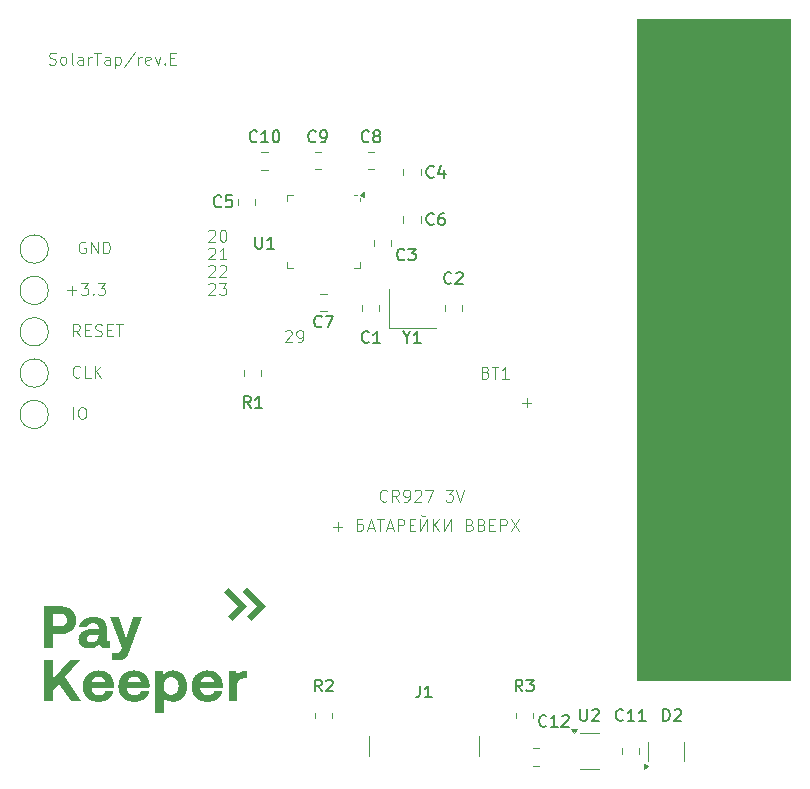
<source format=gbr>
%TF.GenerationSoftware,KiCad,Pcbnew,8.0.5-8.0.5-0~ubuntu24.04.1*%
%TF.CreationDate,2024-10-21T14:47:57+05:00*%
%TF.ProjectId,solartap_mcu_clear_60x60_g400,736f6c61-7274-4617-905f-6d63755f636c,rev?*%
%TF.SameCoordinates,Original*%
%TF.FileFunction,Legend,Top*%
%TF.FilePolarity,Positive*%
%FSLAX46Y46*%
G04 Gerber Fmt 4.6, Leading zero omitted, Abs format (unit mm)*
G04 Created by KiCad (PCBNEW 8.0.5-8.0.5-0~ubuntu24.04.1) date 2024-10-21 14:47:57*
%MOMM*%
%LPD*%
G01*
G04 APERTURE LIST*
%ADD10C,0.000000*%
%ADD11C,0.100000*%
%ADD12C,0.150000*%
%ADD13C,0.120000*%
G04 APERTURE END LIST*
D10*
G36*
X70535888Y-100175282D02*
G01*
X70606201Y-100179480D01*
X70674946Y-100186430D01*
X70742075Y-100196094D01*
X70807539Y-100208435D01*
X70871291Y-100223415D01*
X70933284Y-100240997D01*
X70993468Y-100261142D01*
X71051797Y-100283812D01*
X71108222Y-100308971D01*
X71162696Y-100336580D01*
X71215170Y-100366602D01*
X71265597Y-100398999D01*
X71313930Y-100433733D01*
X71360119Y-100470766D01*
X71404117Y-100510060D01*
X71445877Y-100551579D01*
X71485351Y-100595284D01*
X71522490Y-100641137D01*
X71557247Y-100689101D01*
X71589574Y-100739138D01*
X71619423Y-100791210D01*
X71646746Y-100845279D01*
X71671495Y-100901309D01*
X71693623Y-100959260D01*
X71713082Y-101019095D01*
X71729823Y-101080777D01*
X71743799Y-101144268D01*
X71754962Y-101209529D01*
X71763264Y-101276524D01*
X71768657Y-101345215D01*
X71771094Y-101415563D01*
X71770849Y-101444282D01*
X71770073Y-101473767D01*
X71768709Y-101503842D01*
X71766696Y-101534328D01*
X71763976Y-101565050D01*
X71760491Y-101595831D01*
X71756180Y-101626494D01*
X71750986Y-101656863D01*
X69875884Y-101656863D01*
X69875884Y-101692054D01*
X69877943Y-101726029D01*
X69881279Y-101759135D01*
X69885875Y-101791360D01*
X69891712Y-101822689D01*
X69898771Y-101853109D01*
X69907034Y-101882606D01*
X69916482Y-101911165D01*
X69927098Y-101938774D01*
X69938862Y-101965417D01*
X69951757Y-101991083D01*
X69965764Y-102015756D01*
X69980864Y-102039423D01*
X69997040Y-102062070D01*
X70014272Y-102083683D01*
X70032542Y-102104249D01*
X70051832Y-102123754D01*
X70072124Y-102142183D01*
X70093399Y-102159524D01*
X70115639Y-102175762D01*
X70138825Y-102190883D01*
X70162938Y-102204874D01*
X70187962Y-102217720D01*
X70213876Y-102229409D01*
X70240662Y-102239926D01*
X70268303Y-102249257D01*
X70296780Y-102257389D01*
X70326074Y-102264308D01*
X70356168Y-102270000D01*
X70387041Y-102274451D01*
X70418677Y-102277647D01*
X70451057Y-102279575D01*
X70484162Y-102280221D01*
X70536874Y-102278751D01*
X70587502Y-102274349D01*
X70635965Y-102267032D01*
X70682182Y-102256814D01*
X70726072Y-102243708D01*
X70767554Y-102227731D01*
X70806547Y-102208897D01*
X70842970Y-102187220D01*
X70876742Y-102162716D01*
X70892608Y-102149408D01*
X70907782Y-102135398D01*
X70922252Y-102120689D01*
X70936009Y-102105282D01*
X70949042Y-102089180D01*
X70961342Y-102072383D01*
X70972898Y-102054894D01*
X70983700Y-102036715D01*
X70993738Y-102017847D01*
X71003002Y-101998292D01*
X71011482Y-101978053D01*
X71019167Y-101957130D01*
X71032114Y-101913244D01*
X71730878Y-101913244D01*
X71722266Y-101960069D01*
X71711527Y-102006250D01*
X71698684Y-102051731D01*
X71683759Y-102096458D01*
X71666776Y-102140374D01*
X71647758Y-102183425D01*
X71626728Y-102225556D01*
X71603708Y-102266711D01*
X71578723Y-102306835D01*
X71551794Y-102345873D01*
X71522945Y-102383770D01*
X71492199Y-102420469D01*
X71459579Y-102455917D01*
X71425108Y-102490058D01*
X71388809Y-102522837D01*
X71350705Y-102554198D01*
X71310818Y-102584086D01*
X71269173Y-102612447D01*
X71225791Y-102639224D01*
X71180697Y-102664362D01*
X71133912Y-102687807D01*
X71085461Y-102709503D01*
X71035366Y-102729395D01*
X70983649Y-102747427D01*
X70930335Y-102763545D01*
X70875445Y-102777693D01*
X70819004Y-102789816D01*
X70761034Y-102799858D01*
X70701558Y-102807765D01*
X70640599Y-102813481D01*
X70578180Y-102816952D01*
X70514324Y-102818121D01*
X70434740Y-102816611D01*
X70357192Y-102812110D01*
X70281711Y-102804663D01*
X70208330Y-102794311D01*
X70137080Y-102781098D01*
X70067995Y-102765067D01*
X70001106Y-102746263D01*
X69936445Y-102724727D01*
X69874045Y-102700503D01*
X69813938Y-102673635D01*
X69756156Y-102644165D01*
X69700732Y-102612138D01*
X69647697Y-102577595D01*
X69597084Y-102540581D01*
X69548925Y-102501139D01*
X69503252Y-102459312D01*
X69460098Y-102415143D01*
X69419494Y-102368676D01*
X69381473Y-102319954D01*
X69346067Y-102269019D01*
X69313309Y-102215916D01*
X69283230Y-102160688D01*
X69255863Y-102103377D01*
X69231240Y-102044027D01*
X69209393Y-101982682D01*
X69190354Y-101919385D01*
X69174156Y-101854178D01*
X69160831Y-101787106D01*
X69150411Y-101718211D01*
X69142928Y-101647537D01*
X69138415Y-101575126D01*
X69136903Y-101501023D01*
X69138442Y-101426449D01*
X69143026Y-101353569D01*
X69150610Y-101282426D01*
X69161145Y-101213066D01*
X69164865Y-101194372D01*
X69890966Y-101194372D01*
X71057250Y-101194372D01*
X71052053Y-101165094D01*
X71045895Y-101136647D01*
X71038787Y-101109038D01*
X71030740Y-101082274D01*
X71021765Y-101056359D01*
X71011873Y-101031302D01*
X71001076Y-101007108D01*
X70989384Y-100983784D01*
X70976808Y-100961336D01*
X70963360Y-100939771D01*
X70949050Y-100919095D01*
X70933890Y-100899315D01*
X70917890Y-100880437D01*
X70901061Y-100862467D01*
X70883416Y-100845413D01*
X70864964Y-100829280D01*
X70845716Y-100814074D01*
X70825685Y-100799803D01*
X70804880Y-100786473D01*
X70783313Y-100774090D01*
X70760995Y-100762660D01*
X70737936Y-100752191D01*
X70714149Y-100742688D01*
X70689644Y-100734158D01*
X70664432Y-100726607D01*
X70638524Y-100720042D01*
X70611931Y-100714470D01*
X70584664Y-100709896D01*
X70556735Y-100706328D01*
X70528153Y-100703771D01*
X70498932Y-100702232D01*
X70469080Y-100701717D01*
X70440556Y-100702260D01*
X70412495Y-100703881D01*
X70384918Y-100706568D01*
X70357846Y-100710309D01*
X70331301Y-100715091D01*
X70305303Y-100720904D01*
X70279875Y-100727735D01*
X70255036Y-100735572D01*
X70230809Y-100744403D01*
X70207214Y-100754216D01*
X70184272Y-100764999D01*
X70162005Y-100776741D01*
X70140435Y-100789428D01*
X70119581Y-100803051D01*
X70099465Y-100817595D01*
X70080109Y-100833050D01*
X70061534Y-100849403D01*
X70043760Y-100866643D01*
X70026809Y-100884757D01*
X70010702Y-100903733D01*
X69995461Y-100923561D01*
X69981105Y-100944226D01*
X69967658Y-100965719D01*
X69955139Y-100988025D01*
X69943570Y-101011135D01*
X69932973Y-101035035D01*
X69923367Y-101059714D01*
X69914775Y-101085160D01*
X69907218Y-101111361D01*
X69900717Y-101138304D01*
X69895292Y-101165979D01*
X69890966Y-101194372D01*
X69164865Y-101194372D01*
X69174586Y-101145532D01*
X69190884Y-101079868D01*
X69209994Y-101016119D01*
X69231868Y-100954329D01*
X69256459Y-100894541D01*
X69283721Y-100836801D01*
X69313606Y-100781152D01*
X69346067Y-100727639D01*
X69381058Y-100676305D01*
X69418531Y-100627196D01*
X69458441Y-100580354D01*
X69500738Y-100535824D01*
X69545378Y-100493652D01*
X69592312Y-100453879D01*
X69641494Y-100416552D01*
X69692877Y-100381713D01*
X69746414Y-100349408D01*
X69802058Y-100319680D01*
X69859762Y-100292573D01*
X69919479Y-100268133D01*
X69981162Y-100246402D01*
X70044764Y-100227425D01*
X70110239Y-100211246D01*
X70177539Y-100197910D01*
X70246618Y-100187461D01*
X70317428Y-100179943D01*
X70389922Y-100175399D01*
X70464054Y-100173875D01*
X70535888Y-100175282D01*
G37*
G36*
X67514346Y-100175282D02*
G01*
X67584659Y-100179480D01*
X67653404Y-100186430D01*
X67720533Y-100196094D01*
X67785997Y-100208435D01*
X67849750Y-100223415D01*
X67911742Y-100240997D01*
X67971926Y-100261142D01*
X68030255Y-100283812D01*
X68086680Y-100308971D01*
X68141154Y-100336580D01*
X68193629Y-100366602D01*
X68244056Y-100398999D01*
X68292388Y-100433733D01*
X68338578Y-100470766D01*
X68382576Y-100510060D01*
X68424336Y-100551579D01*
X68463810Y-100595284D01*
X68500949Y-100641137D01*
X68535706Y-100689101D01*
X68568033Y-100739138D01*
X68597882Y-100791210D01*
X68625205Y-100845279D01*
X68649954Y-100901309D01*
X68672082Y-100959260D01*
X68691540Y-101019095D01*
X68708282Y-101080777D01*
X68722258Y-101144268D01*
X68733421Y-101209529D01*
X68741723Y-101276524D01*
X68747117Y-101345215D01*
X68749553Y-101415563D01*
X68749308Y-101444282D01*
X68748532Y-101473767D01*
X68747167Y-101503842D01*
X68745154Y-101534328D01*
X68742435Y-101565050D01*
X68738949Y-101595831D01*
X68734639Y-101626494D01*
X68729445Y-101656863D01*
X66854342Y-101656863D01*
X66854342Y-101692054D01*
X66856401Y-101726029D01*
X66859738Y-101759135D01*
X66864333Y-101791360D01*
X66870170Y-101822689D01*
X66877229Y-101853109D01*
X66885492Y-101882606D01*
X66894940Y-101911165D01*
X66905556Y-101938774D01*
X66917320Y-101965417D01*
X66930215Y-101991083D01*
X66944222Y-102015756D01*
X66959322Y-102039423D01*
X66975498Y-102062070D01*
X66992730Y-102083683D01*
X67011000Y-102104249D01*
X67030291Y-102123754D01*
X67050582Y-102142183D01*
X67071857Y-102159524D01*
X67094097Y-102175762D01*
X67117283Y-102190883D01*
X67141396Y-102204874D01*
X67166420Y-102217720D01*
X67192334Y-102229409D01*
X67219121Y-102239926D01*
X67246762Y-102249257D01*
X67275238Y-102257389D01*
X67304533Y-102264308D01*
X67334626Y-102270000D01*
X67365500Y-102274451D01*
X67397136Y-102277647D01*
X67429515Y-102279575D01*
X67462620Y-102280221D01*
X67515332Y-102278751D01*
X67565960Y-102274349D01*
X67614423Y-102267032D01*
X67660640Y-102256814D01*
X67704530Y-102243708D01*
X67746012Y-102227731D01*
X67785005Y-102208897D01*
X67821428Y-102187220D01*
X67855200Y-102162716D01*
X67871067Y-102149408D01*
X67886240Y-102135398D01*
X67900710Y-102120689D01*
X67914467Y-102105282D01*
X67927500Y-102089180D01*
X67939800Y-102072383D01*
X67951356Y-102054894D01*
X67962158Y-102036715D01*
X67972196Y-102017847D01*
X67981460Y-101998292D01*
X67989940Y-101978053D01*
X67997625Y-101957130D01*
X68010572Y-101913244D01*
X68709337Y-101913244D01*
X68700725Y-101960069D01*
X68689985Y-102006250D01*
X68677142Y-102051731D01*
X68662217Y-102096458D01*
X68645235Y-102140374D01*
X68626216Y-102183425D01*
X68605186Y-102225556D01*
X68582167Y-102266711D01*
X68557181Y-102306835D01*
X68530253Y-102345873D01*
X68501404Y-102383770D01*
X68470658Y-102420469D01*
X68438038Y-102455917D01*
X68403567Y-102490058D01*
X68367267Y-102522837D01*
X68329163Y-102554198D01*
X68289277Y-102584086D01*
X68247631Y-102612447D01*
X68204250Y-102639224D01*
X68159155Y-102664362D01*
X68112371Y-102687807D01*
X68063919Y-102709503D01*
X68013824Y-102729395D01*
X67962107Y-102747427D01*
X67908793Y-102763545D01*
X67853904Y-102777693D01*
X67797462Y-102789816D01*
X67739492Y-102799858D01*
X67680016Y-102807765D01*
X67619057Y-102813481D01*
X67556638Y-102816952D01*
X67492782Y-102818121D01*
X67413199Y-102816611D01*
X67335650Y-102812110D01*
X67260170Y-102804663D01*
X67186788Y-102794311D01*
X67115539Y-102781098D01*
X67046453Y-102765067D01*
X66979564Y-102746263D01*
X66914904Y-102724727D01*
X66852504Y-102700503D01*
X66792397Y-102673635D01*
X66734615Y-102644165D01*
X66679190Y-102612138D01*
X66626156Y-102577595D01*
X66575542Y-102540581D01*
X66527383Y-102501139D01*
X66481710Y-102459312D01*
X66438556Y-102415143D01*
X66397952Y-102368676D01*
X66359931Y-102319954D01*
X66324526Y-102269019D01*
X66291767Y-102215916D01*
X66261688Y-102160688D01*
X66234321Y-102103377D01*
X66209698Y-102044027D01*
X66187851Y-101982682D01*
X66168812Y-101919385D01*
X66152614Y-101854178D01*
X66139289Y-101787106D01*
X66128869Y-101718211D01*
X66121386Y-101647537D01*
X66116873Y-101575126D01*
X66115362Y-101501023D01*
X66116900Y-101426449D01*
X66121485Y-101353569D01*
X66129068Y-101282426D01*
X66139603Y-101213066D01*
X66143324Y-101194372D01*
X66869424Y-101194372D01*
X68035708Y-101194372D01*
X68030510Y-101165094D01*
X68024352Y-101136647D01*
X68017244Y-101109038D01*
X68009197Y-101082274D01*
X68000223Y-101056359D01*
X67990331Y-101031302D01*
X67979534Y-101007108D01*
X67967842Y-100983784D01*
X67955266Y-100961336D01*
X67941818Y-100939771D01*
X67927508Y-100919095D01*
X67912347Y-100899315D01*
X67896347Y-100880437D01*
X67879519Y-100862467D01*
X67861873Y-100845413D01*
X67843421Y-100829280D01*
X67824174Y-100814074D01*
X67804142Y-100799803D01*
X67783338Y-100786473D01*
X67761771Y-100774090D01*
X67739452Y-100762660D01*
X67716394Y-100752191D01*
X67692607Y-100742688D01*
X67668102Y-100734158D01*
X67642890Y-100726607D01*
X67616982Y-100720042D01*
X67590389Y-100714470D01*
X67563122Y-100709896D01*
X67535193Y-100706328D01*
X67506612Y-100703771D01*
X67477390Y-100702232D01*
X67447538Y-100701717D01*
X67419014Y-100702260D01*
X67390953Y-100703881D01*
X67363376Y-100706568D01*
X67336305Y-100710309D01*
X67309760Y-100715091D01*
X67283762Y-100720904D01*
X67258334Y-100727735D01*
X67233495Y-100735572D01*
X67209268Y-100744403D01*
X67185673Y-100754216D01*
X67162731Y-100764999D01*
X67140465Y-100776741D01*
X67118894Y-100789428D01*
X67098040Y-100803051D01*
X67077925Y-100817595D01*
X67058568Y-100833050D01*
X67039993Y-100849403D01*
X67022219Y-100866643D01*
X67005268Y-100884757D01*
X66989161Y-100903733D01*
X66973920Y-100923561D01*
X66959564Y-100944226D01*
X66946117Y-100965719D01*
X66933598Y-100988025D01*
X66922029Y-101011135D01*
X66911432Y-101035035D01*
X66901826Y-101059714D01*
X66893234Y-101085160D01*
X66885677Y-101111361D01*
X66879175Y-101138304D01*
X66873751Y-101165979D01*
X66869424Y-101194372D01*
X66143324Y-101194372D01*
X66153044Y-101145532D01*
X66169343Y-101079868D01*
X66188452Y-101016119D01*
X66210326Y-100954329D01*
X66234918Y-100894541D01*
X66262179Y-100836801D01*
X66292064Y-100781152D01*
X66324526Y-100727639D01*
X66359517Y-100676305D01*
X66396990Y-100627196D01*
X66436899Y-100580354D01*
X66479197Y-100535824D01*
X66523836Y-100493652D01*
X66570771Y-100453879D01*
X66619953Y-100416552D01*
X66671336Y-100381713D01*
X66724872Y-100349408D01*
X66780516Y-100319680D01*
X66838220Y-100292573D01*
X66897937Y-100268133D01*
X66959620Y-100246402D01*
X67023223Y-100227425D01*
X67088697Y-100211246D01*
X67155997Y-100197910D01*
X67225076Y-100187461D01*
X67295885Y-100179943D01*
X67368380Y-100175399D01*
X67442511Y-100173875D01*
X67514346Y-100175282D01*
G37*
G36*
X80026200Y-94747376D02*
G01*
X78810122Y-95963454D01*
X78435949Y-95589280D01*
X79277852Y-94747376D01*
X78061774Y-93531298D01*
X78435949Y-93157124D01*
X80026200Y-94747376D01*
G37*
G36*
X81602297Y-94747376D02*
G01*
X80386219Y-95963454D01*
X80012044Y-95589280D01*
X80853924Y-94747376D01*
X79637870Y-93531298D01*
X80012044Y-93157124D01*
X81602297Y-94747376D01*
G37*
G36*
X63586422Y-100862583D02*
G01*
X64994005Y-99269000D01*
X65908934Y-99269000D01*
X64606920Y-100736907D01*
X65994394Y-102787957D01*
X65089519Y-102787957D01*
X64074048Y-101289886D01*
X63586422Y-101842866D01*
X63586422Y-102787957D01*
X62832359Y-102787957D01*
X62832359Y-99269000D01*
X63586422Y-99269000D01*
X63586422Y-100862583D01*
G37*
G36*
X69784339Y-97519575D02*
G01*
X70397643Y-95679662D01*
X71156731Y-95679662D01*
X70010558Y-98630560D01*
X69980675Y-98708147D01*
X69951058Y-98780675D01*
X69921263Y-98848152D01*
X69890850Y-98910584D01*
X69859377Y-98967980D01*
X69826401Y-99020345D01*
X69791482Y-99067689D01*
X69773155Y-99089480D01*
X69754176Y-99110018D01*
X69734491Y-99129304D01*
X69714043Y-99147339D01*
X69692778Y-99164125D01*
X69670640Y-99179661D01*
X69647575Y-99193949D01*
X69623526Y-99206989D01*
X69598439Y-99218784D01*
X69572259Y-99229333D01*
X69544929Y-99238637D01*
X69516396Y-99246698D01*
X69486604Y-99253516D01*
X69455497Y-99259093D01*
X69423020Y-99263428D01*
X69389118Y-99266524D01*
X69353737Y-99268381D01*
X69316819Y-99269000D01*
X68628109Y-99269000D01*
X68628109Y-98670776D01*
X69020222Y-98670776D01*
X69052773Y-98670225D01*
X69082687Y-98668488D01*
X69110157Y-98665441D01*
X69135374Y-98660957D01*
X69147197Y-98658138D01*
X69158528Y-98654913D01*
X69169392Y-98651266D01*
X69179812Y-98647182D01*
X69189813Y-98642645D01*
X69199417Y-98637640D01*
X69208650Y-98632150D01*
X69217535Y-98626161D01*
X69226096Y-98619656D01*
X69234356Y-98612620D01*
X69242341Y-98605037D01*
X69250073Y-98596892D01*
X69257578Y-98588168D01*
X69264877Y-98578852D01*
X69271997Y-98568925D01*
X69278960Y-98558374D01*
X69292512Y-98535334D01*
X69305725Y-98509606D01*
X69318791Y-98481065D01*
X69331901Y-98449586D01*
X69397253Y-98278663D01*
X68401891Y-95679662D01*
X69155954Y-95679662D01*
X69784339Y-97519575D01*
G37*
G36*
X73806927Y-100174928D02*
G01*
X73870648Y-100179004D01*
X73933107Y-100186060D01*
X73994250Y-100196055D01*
X74054019Y-100208947D01*
X74112358Y-100224696D01*
X74169212Y-100243260D01*
X74224524Y-100264598D01*
X74278238Y-100288667D01*
X74330298Y-100315427D01*
X74380647Y-100344836D01*
X74429230Y-100376853D01*
X74475991Y-100411436D01*
X74520873Y-100448544D01*
X74563820Y-100488135D01*
X74604776Y-100530169D01*
X74643685Y-100574603D01*
X74680490Y-100621396D01*
X74715136Y-100670507D01*
X74747567Y-100721895D01*
X74777725Y-100775517D01*
X74805556Y-100831333D01*
X74831003Y-100889301D01*
X74854009Y-100949380D01*
X74874520Y-101011528D01*
X74892477Y-101075704D01*
X74907826Y-101141866D01*
X74920510Y-101209973D01*
X74930473Y-101279984D01*
X74937660Y-101351857D01*
X74942012Y-101425550D01*
X74943476Y-101501023D01*
X74942013Y-101575568D01*
X74937661Y-101648365D01*
X74930478Y-101719372D01*
X74920520Y-101788549D01*
X74907845Y-101855856D01*
X74892510Y-101921251D01*
X74874572Y-101984696D01*
X74854088Y-102046148D01*
X74831115Y-102105568D01*
X74805710Y-102162915D01*
X74777930Y-102218148D01*
X74747832Y-102271228D01*
X74715473Y-102322113D01*
X74680911Y-102370763D01*
X74644202Y-102417138D01*
X74605404Y-102461197D01*
X74564574Y-102502899D01*
X74521767Y-102542205D01*
X74477043Y-102579073D01*
X74430458Y-102613463D01*
X74382068Y-102645335D01*
X74331931Y-102674647D01*
X74280104Y-102701360D01*
X74226644Y-102725434D01*
X74171609Y-102746826D01*
X74115054Y-102765498D01*
X74057038Y-102781408D01*
X73997617Y-102794517D01*
X73936848Y-102804783D01*
X73874789Y-102812166D01*
X73811497Y-102816625D01*
X73747028Y-102818121D01*
X73681281Y-102816432D01*
X73617876Y-102811444D01*
X73556797Y-102803275D01*
X73498031Y-102792042D01*
X73441563Y-102777864D01*
X73387377Y-102760859D01*
X73335459Y-102741143D01*
X73285795Y-102718835D01*
X73238369Y-102694053D01*
X73193167Y-102666915D01*
X73150174Y-102637538D01*
X73109376Y-102606040D01*
X73070757Y-102572539D01*
X73034303Y-102537153D01*
X73000000Y-102500000D01*
X72967832Y-102461198D01*
X72967832Y-103793374D01*
X72259012Y-103793374D01*
X72259012Y-101490969D01*
X72957778Y-101490969D01*
X72960582Y-101572284D01*
X72968902Y-101650167D01*
X72982598Y-101724368D01*
X72991418Y-101760010D01*
X73001529Y-101794637D01*
X73012914Y-101828218D01*
X73025556Y-101860723D01*
X73039437Y-101892119D01*
X73054539Y-101922376D01*
X73070846Y-101951462D01*
X73088338Y-101979345D01*
X73107000Y-102005996D01*
X73126813Y-102031381D01*
X73147761Y-102055471D01*
X73169825Y-102078233D01*
X73192988Y-102099636D01*
X73217232Y-102119650D01*
X73242541Y-102138242D01*
X73268896Y-102155382D01*
X73296280Y-102171037D01*
X73324676Y-102185178D01*
X73354067Y-102197773D01*
X73384433Y-102208789D01*
X73415759Y-102218197D01*
X73448027Y-102225964D01*
X73481218Y-102232060D01*
X73515317Y-102236453D01*
X73550304Y-102239112D01*
X73586164Y-102240005D01*
X73622052Y-102239112D01*
X73657123Y-102236453D01*
X73691357Y-102232060D01*
X73724732Y-102225964D01*
X73757228Y-102218197D01*
X73788822Y-102208789D01*
X73819493Y-102197773D01*
X73849221Y-102185178D01*
X73877985Y-102171037D01*
X73905762Y-102155382D01*
X73932533Y-102138242D01*
X73958275Y-102119650D01*
X73982968Y-102099636D01*
X74006591Y-102078233D01*
X74029122Y-102055471D01*
X74050540Y-102031381D01*
X74070824Y-102005996D01*
X74089953Y-101979345D01*
X74107905Y-101951462D01*
X74124660Y-101922376D01*
X74140196Y-101892119D01*
X74154492Y-101860723D01*
X74167527Y-101828218D01*
X74179280Y-101794637D01*
X74189730Y-101760010D01*
X74198854Y-101724368D01*
X74206634Y-101687743D01*
X74213046Y-101650167D01*
X74218070Y-101611670D01*
X74221685Y-101572284D01*
X74223869Y-101532040D01*
X74224602Y-101490969D01*
X74223869Y-101450370D01*
X74221685Y-101410596D01*
X74218070Y-101371679D01*
X74213046Y-101333647D01*
X74206634Y-101296533D01*
X74198854Y-101260366D01*
X74189730Y-101225176D01*
X74179280Y-101190994D01*
X74167527Y-101157851D01*
X74154492Y-101125776D01*
X74140196Y-101094800D01*
X74124660Y-101064954D01*
X74107905Y-101036267D01*
X74089953Y-101008771D01*
X74070824Y-100982495D01*
X74050540Y-100957470D01*
X74029122Y-100933727D01*
X74006591Y-100911295D01*
X73982968Y-100890205D01*
X73958275Y-100870488D01*
X73932533Y-100852173D01*
X73905762Y-100835292D01*
X73877985Y-100819874D01*
X73849221Y-100805950D01*
X73819493Y-100793551D01*
X73788822Y-100782706D01*
X73757228Y-100773446D01*
X73724732Y-100765802D01*
X73691357Y-100759804D01*
X73657123Y-100755482D01*
X73622052Y-100752866D01*
X73586164Y-100751988D01*
X73550304Y-100752866D01*
X73515317Y-100755482D01*
X73481218Y-100759804D01*
X73448027Y-100765802D01*
X73415759Y-100773446D01*
X73384433Y-100782706D01*
X73354067Y-100793551D01*
X73324676Y-100805950D01*
X73296280Y-100819874D01*
X73268896Y-100835292D01*
X73242541Y-100852173D01*
X73217232Y-100870488D01*
X73192988Y-100890205D01*
X73169825Y-100911295D01*
X73147761Y-100933727D01*
X73126813Y-100957470D01*
X73107000Y-100982495D01*
X73088338Y-101008771D01*
X73070846Y-101036267D01*
X73054539Y-101064954D01*
X73039437Y-101094800D01*
X73025556Y-101125776D01*
X73012914Y-101157851D01*
X73001529Y-101190994D01*
X72991418Y-101225176D01*
X72982598Y-101260366D01*
X72975087Y-101296533D01*
X72968902Y-101333647D01*
X72964062Y-101371679D01*
X72960582Y-101410596D01*
X72958482Y-101450370D01*
X72957778Y-101490969D01*
X72259012Y-101490969D01*
X72259012Y-100204037D01*
X72877344Y-100204037D01*
X72947724Y-100560960D01*
X72979950Y-100520161D01*
X73014430Y-100480821D01*
X73051178Y-100443100D01*
X73090209Y-100407162D01*
X73131538Y-100373168D01*
X73175179Y-100341280D01*
X73221146Y-100311660D01*
X73269456Y-100284470D01*
X73294494Y-100271837D01*
X73320122Y-100259872D01*
X73346343Y-100248596D01*
X73373159Y-100238028D01*
X73400572Y-100228190D01*
X73428582Y-100219101D01*
X73457193Y-100210781D01*
X73486406Y-100203252D01*
X73516223Y-100196532D01*
X73546645Y-100190642D01*
X73577675Y-100185603D01*
X73609314Y-100181435D01*
X73641565Y-100178158D01*
X73674428Y-100175792D01*
X73707907Y-100174357D01*
X73742002Y-100173875D01*
X73806927Y-100174928D01*
G37*
G36*
X76736080Y-100175282D02*
G01*
X76806394Y-100179480D01*
X76875139Y-100186430D01*
X76942267Y-100196094D01*
X77007731Y-100208435D01*
X77071484Y-100223415D01*
X77133476Y-100240997D01*
X77193660Y-100261142D01*
X77251989Y-100283812D01*
X77308414Y-100308971D01*
X77362888Y-100336580D01*
X77415363Y-100366602D01*
X77465790Y-100398999D01*
X77514122Y-100433733D01*
X77560312Y-100470766D01*
X77604311Y-100510060D01*
X77646071Y-100551579D01*
X77685544Y-100595284D01*
X77722683Y-100641137D01*
X77757440Y-100689101D01*
X77789767Y-100739138D01*
X77819616Y-100791210D01*
X77846939Y-100845279D01*
X77871689Y-100901309D01*
X77893817Y-100959260D01*
X77913275Y-101019095D01*
X77930016Y-101080777D01*
X77943993Y-101144268D01*
X77955156Y-101209529D01*
X77963458Y-101276524D01*
X77968851Y-101345215D01*
X77971288Y-101415563D01*
X77971043Y-101444282D01*
X77970267Y-101473767D01*
X77968902Y-101503842D01*
X77966889Y-101534328D01*
X77964169Y-101565050D01*
X77960684Y-101595831D01*
X77956374Y-101626494D01*
X77951180Y-101656863D01*
X76076078Y-101656863D01*
X76076078Y-101692054D01*
X76078137Y-101726029D01*
X76081473Y-101759135D01*
X76086069Y-101791360D01*
X76091905Y-101822689D01*
X76098964Y-101853109D01*
X76107227Y-101882606D01*
X76116676Y-101911165D01*
X76127291Y-101938774D01*
X76139056Y-101965417D01*
X76151950Y-101991083D01*
X76165957Y-102015756D01*
X76181057Y-102039423D01*
X76197233Y-102062070D01*
X76214465Y-102083683D01*
X76232735Y-102104249D01*
X76252026Y-102123754D01*
X76272317Y-102142183D01*
X76293592Y-102159524D01*
X76315832Y-102175762D01*
X76339017Y-102190883D01*
X76363131Y-102204874D01*
X76388154Y-102217720D01*
X76414068Y-102229409D01*
X76440855Y-102239926D01*
X76468496Y-102249257D01*
X76496973Y-102257389D01*
X76526267Y-102264308D01*
X76556360Y-102270000D01*
X76587234Y-102274451D01*
X76618870Y-102277647D01*
X76651249Y-102279575D01*
X76684354Y-102280221D01*
X76737067Y-102278751D01*
X76787695Y-102274349D01*
X76836160Y-102267032D01*
X76882379Y-102256814D01*
X76926271Y-102243708D01*
X76967755Y-102227731D01*
X77006750Y-102208897D01*
X77043175Y-102187220D01*
X77076950Y-102162716D01*
X77092818Y-102149408D01*
X77107992Y-102135398D01*
X77122463Y-102120689D01*
X77136221Y-102105282D01*
X77149256Y-102089180D01*
X77161556Y-102072383D01*
X77173113Y-102054894D01*
X77183916Y-102036715D01*
X77193955Y-102017847D01*
X77203219Y-101998292D01*
X77211699Y-101978053D01*
X77219385Y-101957130D01*
X77232332Y-101913244D01*
X77931070Y-101913244D01*
X77922459Y-101960069D01*
X77911720Y-102006250D01*
X77898876Y-102051731D01*
X77883952Y-102096458D01*
X77866969Y-102140374D01*
X77847951Y-102183425D01*
X77826921Y-102225556D01*
X77803901Y-102266711D01*
X77778916Y-102306835D01*
X77751987Y-102345873D01*
X77723138Y-102383770D01*
X77692392Y-102420469D01*
X77659772Y-102455917D01*
X77625301Y-102490058D01*
X77589002Y-102522837D01*
X77550898Y-102554198D01*
X77511011Y-102584086D01*
X77469366Y-102612447D01*
X77425984Y-102639224D01*
X77380890Y-102664362D01*
X77334106Y-102687807D01*
X77285654Y-102709503D01*
X77235559Y-102729395D01*
X77183842Y-102747427D01*
X77130528Y-102763545D01*
X77075639Y-102777693D01*
X77019197Y-102789816D01*
X76961227Y-102799858D01*
X76901751Y-102807765D01*
X76840792Y-102813481D01*
X76778373Y-102816952D01*
X76714518Y-102818121D01*
X76634934Y-102816611D01*
X76557386Y-102812110D01*
X76481905Y-102804663D01*
X76408523Y-102794311D01*
X76337274Y-102781098D01*
X76268188Y-102765067D01*
X76201299Y-102746263D01*
X76136639Y-102724727D01*
X76074239Y-102700503D01*
X76014132Y-102673635D01*
X75956350Y-102644165D01*
X75900925Y-102612138D01*
X75847890Y-102577595D01*
X75797277Y-102540581D01*
X75749118Y-102501139D01*
X75703445Y-102459312D01*
X75660291Y-102415143D01*
X75619687Y-102368676D01*
X75581666Y-102319954D01*
X75546260Y-102269019D01*
X75513502Y-102215916D01*
X75483423Y-102160688D01*
X75456056Y-102103377D01*
X75431433Y-102044027D01*
X75409586Y-101982682D01*
X75390547Y-101919385D01*
X75374349Y-101854178D01*
X75361024Y-101787106D01*
X75350604Y-101718211D01*
X75343121Y-101647537D01*
X75338608Y-101575126D01*
X75337096Y-101501023D01*
X75338635Y-101426449D01*
X75343219Y-101353569D01*
X75350803Y-101282426D01*
X75361338Y-101213066D01*
X75365058Y-101194372D01*
X76091160Y-101194372D01*
X77257441Y-101194372D01*
X77252244Y-101165094D01*
X77246086Y-101136647D01*
X77238978Y-101109038D01*
X77230931Y-101082274D01*
X77221956Y-101056359D01*
X77212065Y-101031302D01*
X77201268Y-101007108D01*
X77189576Y-100983784D01*
X77177000Y-100961336D01*
X77163552Y-100939771D01*
X77149242Y-100919095D01*
X77134082Y-100899315D01*
X77118082Y-100880437D01*
X77101253Y-100862467D01*
X77083608Y-100845413D01*
X77065156Y-100829280D01*
X77045908Y-100814074D01*
X77025877Y-100799803D01*
X77005072Y-100786473D01*
X76983505Y-100774090D01*
X76961187Y-100762660D01*
X76938129Y-100752191D01*
X76914341Y-100742688D01*
X76889836Y-100734158D01*
X76864624Y-100726607D01*
X76838716Y-100720042D01*
X76812123Y-100714470D01*
X76784856Y-100709896D01*
X76756927Y-100706328D01*
X76728346Y-100703771D01*
X76699124Y-100702232D01*
X76669272Y-100701717D01*
X76640748Y-100702260D01*
X76612687Y-100703881D01*
X76585110Y-100706568D01*
X76558039Y-100710309D01*
X76531493Y-100715091D01*
X76505496Y-100720904D01*
X76480067Y-100727735D01*
X76455229Y-100735572D01*
X76431002Y-100744403D01*
X76407407Y-100754216D01*
X76384465Y-100764999D01*
X76362198Y-100776741D01*
X76340628Y-100789428D01*
X76319774Y-100803051D01*
X76299658Y-100817595D01*
X76280302Y-100833050D01*
X76261727Y-100849403D01*
X76243953Y-100866643D01*
X76227002Y-100884757D01*
X76210895Y-100903733D01*
X76195654Y-100923561D01*
X76181299Y-100944226D01*
X76167851Y-100965719D01*
X76155332Y-100988025D01*
X76143764Y-101011135D01*
X76133166Y-101035035D01*
X76123561Y-101059714D01*
X76114969Y-101085160D01*
X76107412Y-101111361D01*
X76100910Y-101138304D01*
X76095486Y-101165979D01*
X76091160Y-101194372D01*
X75365058Y-101194372D01*
X75374778Y-101145532D01*
X75391077Y-101079868D01*
X75410187Y-101016119D01*
X75432061Y-100954329D01*
X75456652Y-100894541D01*
X75483914Y-100836801D01*
X75513798Y-100781152D01*
X75546260Y-100727639D01*
X75581251Y-100676305D01*
X75618724Y-100627196D01*
X75658633Y-100580354D01*
X75700931Y-100535824D01*
X75745570Y-100493652D01*
X75792505Y-100453879D01*
X75841687Y-100416552D01*
X75893069Y-100381713D01*
X75946606Y-100349408D01*
X76002250Y-100319680D01*
X76059954Y-100292573D01*
X76119671Y-100268133D01*
X76181354Y-100246402D01*
X76244957Y-100227425D01*
X76310431Y-100211246D01*
X76377732Y-100197910D01*
X76446810Y-100187461D01*
X76517620Y-100179943D01*
X76590114Y-100175399D01*
X76664246Y-100173875D01*
X76736080Y-100175282D01*
G37*
G36*
X67140944Y-95653264D02*
G01*
X67265705Y-95664532D01*
X67382956Y-95683267D01*
X67492533Y-95709432D01*
X67544393Y-95725289D01*
X67594275Y-95742990D01*
X67642157Y-95762530D01*
X67688020Y-95783905D01*
X67731842Y-95807110D01*
X67773605Y-95832140D01*
X67813288Y-95858990D01*
X67850870Y-95887657D01*
X67886331Y-95918136D01*
X67919651Y-95950421D01*
X67950810Y-95984508D01*
X67979787Y-96020394D01*
X68006562Y-96058072D01*
X68031116Y-96097539D01*
X68053427Y-96138790D01*
X68073475Y-96181820D01*
X68091241Y-96226625D01*
X68106704Y-96273200D01*
X68119843Y-96321540D01*
X68130639Y-96371642D01*
X68139071Y-96423499D01*
X68145119Y-96477109D01*
X68148762Y-96532465D01*
X68149981Y-96589564D01*
X68149981Y-97504493D01*
X68150143Y-97516896D01*
X68150629Y-97528668D01*
X68151439Y-97539822D01*
X68152574Y-97550375D01*
X68154032Y-97560343D01*
X68155814Y-97569741D01*
X68157920Y-97578585D01*
X68160350Y-97586890D01*
X68163104Y-97594673D01*
X68166182Y-97601948D01*
X68169584Y-97608732D01*
X68173310Y-97615040D01*
X68177360Y-97620888D01*
X68181734Y-97626291D01*
X68186433Y-97631265D01*
X68191455Y-97635826D01*
X68196801Y-97639989D01*
X68202471Y-97643770D01*
X68208465Y-97647185D01*
X68214784Y-97650250D01*
X68221426Y-97652979D01*
X68228392Y-97655388D01*
X68235682Y-97657494D01*
X68243297Y-97659312D01*
X68259497Y-97662146D01*
X68276994Y-97664015D01*
X68295786Y-97665045D01*
X68315875Y-97665360D01*
X68396309Y-97665360D01*
X68396309Y-98263583D01*
X68034358Y-98263583D01*
X68000686Y-98263070D01*
X67968463Y-98261547D01*
X67937665Y-98259030D01*
X67908269Y-98255541D01*
X67880249Y-98251099D01*
X67853582Y-98245721D01*
X67828244Y-98239429D01*
X67804212Y-98232242D01*
X67781461Y-98224178D01*
X67759967Y-98215257D01*
X67739707Y-98205498D01*
X67720656Y-98194921D01*
X67702791Y-98183546D01*
X67686088Y-98171390D01*
X67670522Y-98158474D01*
X67656070Y-98144817D01*
X67642708Y-98130439D01*
X67630412Y-98115358D01*
X67619158Y-98099594D01*
X67608922Y-98083167D01*
X67599680Y-98066095D01*
X67591408Y-98048398D01*
X67584082Y-98030095D01*
X67577679Y-98011206D01*
X67572174Y-97991750D01*
X67567544Y-97971747D01*
X67560811Y-97930174D01*
X67557289Y-97886642D01*
X67556785Y-97841306D01*
X67521895Y-97893609D01*
X67485031Y-97943017D01*
X67446106Y-97989465D01*
X67425842Y-98011558D01*
X67405030Y-98032886D01*
X67383658Y-98053441D01*
X67361716Y-98073214D01*
X67339191Y-98092198D01*
X67316074Y-98110384D01*
X67292353Y-98127763D01*
X67268017Y-98144328D01*
X67243056Y-98160069D01*
X67217457Y-98174980D01*
X67191210Y-98189051D01*
X67164304Y-98202274D01*
X67136728Y-98214641D01*
X67108471Y-98226144D01*
X67079522Y-98236774D01*
X67049869Y-98246524D01*
X67019503Y-98255384D01*
X66988410Y-98263347D01*
X66956582Y-98270404D01*
X66924006Y-98276546D01*
X66890671Y-98281767D01*
X66856567Y-98286057D01*
X66821683Y-98289408D01*
X66786006Y-98291812D01*
X66749528Y-98293260D01*
X66712235Y-98293745D01*
X66609495Y-98290632D01*
X66510769Y-98281334D01*
X66416416Y-98265909D01*
X66326799Y-98244417D01*
X66242278Y-98216915D01*
X66163213Y-98183463D01*
X66125839Y-98164524D01*
X66089966Y-98144120D01*
X66055636Y-98122258D01*
X66022896Y-98098945D01*
X65991792Y-98074189D01*
X65962367Y-98047997D01*
X65934667Y-98020376D01*
X65908737Y-97991334D01*
X65884622Y-97960878D01*
X65862368Y-97929016D01*
X65842019Y-97895755D01*
X65823620Y-97861101D01*
X65807217Y-97825064D01*
X65792855Y-97787649D01*
X65780579Y-97748865D01*
X65770433Y-97708718D01*
X65762464Y-97667216D01*
X65756715Y-97624367D01*
X65753233Y-97580177D01*
X65752063Y-97534655D01*
X65753259Y-97484383D01*
X66465908Y-97484383D01*
X66466333Y-97501157D01*
X66467603Y-97517538D01*
X66469706Y-97533519D01*
X66472633Y-97549088D01*
X66476374Y-97564238D01*
X66480919Y-97578959D01*
X66486257Y-97593241D01*
X66492379Y-97607077D01*
X66499273Y-97620455D01*
X66506931Y-97633368D01*
X66515341Y-97645806D01*
X66524495Y-97657760D01*
X66534381Y-97669220D01*
X66544990Y-97680178D01*
X66556311Y-97690624D01*
X66568335Y-97700549D01*
X66581050Y-97709944D01*
X66594448Y-97718799D01*
X66608518Y-97727106D01*
X66623250Y-97734855D01*
X66638633Y-97742037D01*
X66654658Y-97748643D01*
X66671314Y-97754663D01*
X66688592Y-97760089D01*
X66706481Y-97764910D01*
X66724971Y-97769119D01*
X66744052Y-97772706D01*
X66763714Y-97775661D01*
X66783946Y-97777975D01*
X66804739Y-97779640D01*
X66826083Y-97780645D01*
X66847966Y-97780982D01*
X66882412Y-97780308D01*
X66915990Y-97778299D01*
X66948687Y-97774976D01*
X66980487Y-97770359D01*
X67011378Y-97764467D01*
X67041346Y-97757322D01*
X67070377Y-97748944D01*
X67098457Y-97739352D01*
X67125572Y-97728567D01*
X67151709Y-97716610D01*
X67176853Y-97703500D01*
X67200991Y-97689258D01*
X67224110Y-97673904D01*
X67246195Y-97657458D01*
X67267232Y-97639941D01*
X67287208Y-97621372D01*
X67306109Y-97601773D01*
X67323921Y-97581163D01*
X67340630Y-97559563D01*
X67356222Y-97536992D01*
X67370685Y-97513472D01*
X67384003Y-97489021D01*
X67396163Y-97463661D01*
X67407151Y-97437413D01*
X67416954Y-97410295D01*
X67425557Y-97382328D01*
X67432947Y-97353533D01*
X67439110Y-97323930D01*
X67444033Y-97293539D01*
X67447700Y-97262380D01*
X67450100Y-97230474D01*
X67451217Y-97197840D01*
X67451217Y-97147570D01*
X66933427Y-97147570D01*
X66879299Y-97148978D01*
X66828182Y-97153176D01*
X66780144Y-97160129D01*
X66735250Y-97169799D01*
X66693567Y-97182150D01*
X66655160Y-97197144D01*
X66637207Y-97205621D01*
X66620097Y-97214745D01*
X66603840Y-97224511D01*
X66588443Y-97234915D01*
X66573916Y-97245953D01*
X66560265Y-97257619D01*
X66547500Y-97269910D01*
X66535629Y-97282820D01*
X66524660Y-97296345D01*
X66514602Y-97310480D01*
X66505462Y-97325221D01*
X66497249Y-97340562D01*
X66489971Y-97356501D01*
X66483636Y-97373031D01*
X66478254Y-97390148D01*
X66473831Y-97407848D01*
X66470377Y-97426127D01*
X66467900Y-97444978D01*
X66466407Y-97464399D01*
X66465908Y-97484383D01*
X65753259Y-97484383D01*
X65753269Y-97483979D01*
X65756881Y-97434701D01*
X65762890Y-97386835D01*
X65771287Y-97340396D01*
X65782063Y-97295395D01*
X65795208Y-97251848D01*
X65810713Y-97209769D01*
X65828569Y-97169170D01*
X65848766Y-97130067D01*
X65871296Y-97092472D01*
X65896150Y-97056399D01*
X65923317Y-97021863D01*
X65952790Y-96988877D01*
X65984558Y-96957455D01*
X66018612Y-96927610D01*
X66054944Y-96899357D01*
X66093544Y-96872710D01*
X66134403Y-96847681D01*
X66177511Y-96824286D01*
X66222860Y-96802537D01*
X66270441Y-96782449D01*
X66320243Y-96764035D01*
X66372258Y-96747309D01*
X66426477Y-96732285D01*
X66482890Y-96718977D01*
X66541489Y-96707399D01*
X66602263Y-96697564D01*
X66665205Y-96689486D01*
X66730304Y-96683180D01*
X66797551Y-96678658D01*
X66866938Y-96675935D01*
X66938454Y-96675024D01*
X67451217Y-96675024D01*
X67451217Y-96549347D01*
X67450732Y-96527905D01*
X67449281Y-96506948D01*
X67446871Y-96486488D01*
X67443509Y-96466537D01*
X67439200Y-96447110D01*
X67433952Y-96428218D01*
X67427770Y-96409875D01*
X67420661Y-96392093D01*
X67412632Y-96374886D01*
X67403689Y-96358266D01*
X67393838Y-96342246D01*
X67383086Y-96326839D01*
X67371439Y-96312059D01*
X67358904Y-96297916D01*
X67345487Y-96284426D01*
X67331195Y-96271600D01*
X67316034Y-96259452D01*
X67300010Y-96247994D01*
X67283130Y-96237239D01*
X67265401Y-96227201D01*
X67246828Y-96217891D01*
X67227419Y-96209324D01*
X67207180Y-96201511D01*
X67186116Y-96194466D01*
X67164236Y-96188201D01*
X67141544Y-96182730D01*
X67118048Y-96178066D01*
X67093754Y-96174220D01*
X67068668Y-96171207D01*
X67042797Y-96169038D01*
X67016147Y-96167728D01*
X66988725Y-96167288D01*
X66937959Y-96168746D01*
X66889410Y-96173062D01*
X66843174Y-96180146D01*
X66799345Y-96189910D01*
X66758020Y-96202267D01*
X66719295Y-96217127D01*
X66683264Y-96234403D01*
X66650025Y-96254006D01*
X66619672Y-96275847D01*
X66592302Y-96299838D01*
X66568009Y-96325892D01*
X66557048Y-96339664D01*
X66546891Y-96353919D01*
X66537552Y-96368645D01*
X66529042Y-96383831D01*
X66521374Y-96399466D01*
X66514559Y-96415540D01*
X66508609Y-96432040D01*
X66503536Y-96448957D01*
X66499353Y-96466279D01*
X66496071Y-96483994D01*
X65812388Y-96483994D01*
X65818302Y-96437371D01*
X65826597Y-96391779D01*
X65837238Y-96347247D01*
X65850189Y-96303805D01*
X65865415Y-96261482D01*
X65882882Y-96220308D01*
X65902554Y-96180312D01*
X65924397Y-96141524D01*
X65948376Y-96103974D01*
X65974455Y-96067689D01*
X66002599Y-96032701D01*
X66032774Y-95999038D01*
X66064945Y-95966730D01*
X66099076Y-95935807D01*
X66135133Y-95906298D01*
X66173081Y-95878231D01*
X66212884Y-95851638D01*
X66254508Y-95826547D01*
X66297918Y-95802987D01*
X66343079Y-95780989D01*
X66389955Y-95760581D01*
X66438512Y-95741793D01*
X66488715Y-95724655D01*
X66540529Y-95709196D01*
X66593919Y-95695445D01*
X66648849Y-95683432D01*
X66705286Y-95673187D01*
X66763193Y-95664738D01*
X66822537Y-95658115D01*
X66883281Y-95653348D01*
X66945392Y-95650467D01*
X67008833Y-95649500D01*
X67140944Y-95653264D01*
G37*
G36*
X79168024Y-100591120D02*
G01*
X79195158Y-100548665D01*
X79223911Y-100508095D01*
X79254491Y-100469528D01*
X79287103Y-100433082D01*
X79304236Y-100415691D01*
X79321954Y-100398874D01*
X79340283Y-100382647D01*
X79359250Y-100367023D01*
X79378879Y-100352018D01*
X79399197Y-100337646D01*
X79420228Y-100323922D01*
X79442000Y-100310861D01*
X79464538Y-100298478D01*
X79487868Y-100286787D01*
X79512015Y-100275802D01*
X79537005Y-100265539D01*
X79562864Y-100256013D01*
X79589617Y-100247238D01*
X79617292Y-100239229D01*
X79645912Y-100232000D01*
X79675505Y-100225566D01*
X79706095Y-100219943D01*
X79737709Y-100215144D01*
X79770372Y-100211185D01*
X79804110Y-100208080D01*
X79838949Y-100205843D01*
X79874915Y-100204491D01*
X79912034Y-100204037D01*
X80032683Y-100204037D01*
X80032683Y-100847503D01*
X79751166Y-100847503D01*
X79712341Y-100848323D01*
X79675028Y-100850760D01*
X79639211Y-100854785D01*
X79604870Y-100860365D01*
X79571987Y-100867470D01*
X79540544Y-100876068D01*
X79510522Y-100886127D01*
X79481902Y-100897617D01*
X79454668Y-100910506D01*
X79428799Y-100924763D01*
X79404278Y-100940356D01*
X79381086Y-100957254D01*
X79359205Y-100975427D01*
X79338616Y-100994842D01*
X79319301Y-101015469D01*
X79301242Y-101037275D01*
X79284419Y-101060231D01*
X79268816Y-101084304D01*
X79254413Y-101109463D01*
X79241192Y-101135677D01*
X79229134Y-101162914D01*
X79218221Y-101191144D01*
X79208435Y-101220334D01*
X79199758Y-101250455D01*
X79192170Y-101281474D01*
X79185653Y-101313360D01*
X79175761Y-101379607D01*
X79169934Y-101448948D01*
X79168024Y-101521131D01*
X79168024Y-102787957D01*
X78459206Y-102787957D01*
X78459206Y-100204037D01*
X79102672Y-100204037D01*
X79168024Y-100591120D01*
G37*
D11*
X113000000Y-45000000D02*
X126000000Y-45000000D01*
X126000000Y-101000000D01*
X113000000Y-101000000D01*
X113000000Y-45000000D01*
G36*
X113000000Y-45000000D02*
G01*
X126000000Y-45000000D01*
X126000000Y-101000000D01*
X113000000Y-101000000D01*
X113000000Y-45000000D01*
G37*
D10*
G36*
X64335955Y-94745959D02*
G01*
X64405284Y-94749936D01*
X64473018Y-94756521D01*
X64539113Y-94765675D01*
X64603521Y-94777363D01*
X64666196Y-94791547D01*
X64727093Y-94808191D01*
X64786166Y-94827257D01*
X64843369Y-94848709D01*
X64898655Y-94872511D01*
X64951978Y-94898624D01*
X65003293Y-94927013D01*
X65052554Y-94957641D01*
X65099713Y-94990470D01*
X65144727Y-95025465D01*
X65187548Y-95062587D01*
X65228130Y-95101801D01*
X65266427Y-95143070D01*
X65302394Y-95186356D01*
X65335984Y-95231623D01*
X65367151Y-95278834D01*
X65395850Y-95327952D01*
X65422034Y-95378941D01*
X65445657Y-95431764D01*
X65466673Y-95486383D01*
X65485036Y-95542762D01*
X65500701Y-95600864D01*
X65513621Y-95660653D01*
X65523749Y-95722091D01*
X65531041Y-95785142D01*
X65535450Y-95849768D01*
X65536930Y-95915934D01*
X65535450Y-95981643D01*
X65531041Y-96045842D01*
X65523749Y-96108492D01*
X65513621Y-96169556D01*
X65500701Y-96228997D01*
X65485036Y-96286776D01*
X65466673Y-96342856D01*
X65445657Y-96397199D01*
X65422034Y-96449767D01*
X65395850Y-96500523D01*
X65367151Y-96549429D01*
X65335984Y-96596446D01*
X65302394Y-96641538D01*
X65266427Y-96684667D01*
X65228130Y-96725795D01*
X65187548Y-96764883D01*
X65144727Y-96801895D01*
X65099713Y-96836793D01*
X65052554Y-96869538D01*
X65003293Y-96900094D01*
X64951978Y-96928422D01*
X64898655Y-96954485D01*
X64843369Y-96978245D01*
X64786166Y-96999664D01*
X64727093Y-97018704D01*
X64666196Y-97035329D01*
X64603521Y-97049499D01*
X64539113Y-97061177D01*
X64473018Y-97070326D01*
X64405284Y-97076908D01*
X64335955Y-97080884D01*
X64265078Y-97082218D01*
X63586422Y-97082218D01*
X63586422Y-98263583D01*
X62832359Y-98263583D01*
X62832359Y-96453832D01*
X62832359Y-95373010D01*
X63586422Y-95373010D01*
X63586422Y-96453832D01*
X64194699Y-96453832D01*
X64227318Y-96453231D01*
X64259182Y-96451437D01*
X64290273Y-96448464D01*
X64320572Y-96444328D01*
X64350062Y-96439043D01*
X64378722Y-96432624D01*
X64406537Y-96425086D01*
X64433485Y-96416443D01*
X64459550Y-96406711D01*
X64484713Y-96395903D01*
X64508956Y-96384035D01*
X64532260Y-96371121D01*
X64554606Y-96357176D01*
X64575977Y-96342215D01*
X64596353Y-96326253D01*
X64615717Y-96309304D01*
X64634050Y-96291382D01*
X64651334Y-96272504D01*
X64667549Y-96252683D01*
X64682679Y-96231934D01*
X64696704Y-96210272D01*
X64709606Y-96187711D01*
X64721367Y-96164267D01*
X64731968Y-96139954D01*
X64741391Y-96114786D01*
X64749617Y-96088780D01*
X64756628Y-96061948D01*
X64762406Y-96034306D01*
X64766931Y-96005869D01*
X64770187Y-95976652D01*
X64772153Y-95946669D01*
X64772813Y-95915934D01*
X64772153Y-95884743D01*
X64770187Y-95854332D01*
X64766931Y-95824714D01*
X64762406Y-95795903D01*
X64756628Y-95767913D01*
X64749617Y-95740758D01*
X64741391Y-95714452D01*
X64731968Y-95689009D01*
X64721367Y-95664441D01*
X64709606Y-95640764D01*
X64696704Y-95617991D01*
X64682679Y-95596135D01*
X64667549Y-95575211D01*
X64651334Y-95555233D01*
X64634050Y-95536213D01*
X64615717Y-95518167D01*
X64596353Y-95501107D01*
X64575977Y-95485047D01*
X64554606Y-95470003D01*
X64532260Y-95455986D01*
X64508956Y-95443011D01*
X64484713Y-95431092D01*
X64459550Y-95420243D01*
X64433485Y-95410477D01*
X64406537Y-95401808D01*
X64378722Y-95394251D01*
X64350062Y-95387818D01*
X64320572Y-95382524D01*
X64290273Y-95378382D01*
X64259182Y-95375407D01*
X64227318Y-95373611D01*
X64194699Y-95373010D01*
X63586422Y-95373010D01*
X62832359Y-95373010D01*
X62832359Y-94744624D01*
X64265078Y-94744624D01*
X64335955Y-94745959D01*
G37*
D11*
X65875312Y-71872419D02*
X65541979Y-71396228D01*
X65303884Y-71872419D02*
X65303884Y-70872419D01*
X65303884Y-70872419D02*
X65684836Y-70872419D01*
X65684836Y-70872419D02*
X65780074Y-70920038D01*
X65780074Y-70920038D02*
X65827693Y-70967657D01*
X65827693Y-70967657D02*
X65875312Y-71062895D01*
X65875312Y-71062895D02*
X65875312Y-71205752D01*
X65875312Y-71205752D02*
X65827693Y-71300990D01*
X65827693Y-71300990D02*
X65780074Y-71348609D01*
X65780074Y-71348609D02*
X65684836Y-71396228D01*
X65684836Y-71396228D02*
X65303884Y-71396228D01*
X66303884Y-71348609D02*
X66637217Y-71348609D01*
X66780074Y-71872419D02*
X66303884Y-71872419D01*
X66303884Y-71872419D02*
X66303884Y-70872419D01*
X66303884Y-70872419D02*
X66780074Y-70872419D01*
X67161027Y-71824800D02*
X67303884Y-71872419D01*
X67303884Y-71872419D02*
X67541979Y-71872419D01*
X67541979Y-71872419D02*
X67637217Y-71824800D01*
X67637217Y-71824800D02*
X67684836Y-71777180D01*
X67684836Y-71777180D02*
X67732455Y-71681942D01*
X67732455Y-71681942D02*
X67732455Y-71586704D01*
X67732455Y-71586704D02*
X67684836Y-71491466D01*
X67684836Y-71491466D02*
X67637217Y-71443847D01*
X67637217Y-71443847D02*
X67541979Y-71396228D01*
X67541979Y-71396228D02*
X67351503Y-71348609D01*
X67351503Y-71348609D02*
X67256265Y-71300990D01*
X67256265Y-71300990D02*
X67208646Y-71253371D01*
X67208646Y-71253371D02*
X67161027Y-71158133D01*
X67161027Y-71158133D02*
X67161027Y-71062895D01*
X67161027Y-71062895D02*
X67208646Y-70967657D01*
X67208646Y-70967657D02*
X67256265Y-70920038D01*
X67256265Y-70920038D02*
X67351503Y-70872419D01*
X67351503Y-70872419D02*
X67589598Y-70872419D01*
X67589598Y-70872419D02*
X67732455Y-70920038D01*
X68161027Y-71348609D02*
X68494360Y-71348609D01*
X68637217Y-71872419D02*
X68161027Y-71872419D01*
X68161027Y-71872419D02*
X68161027Y-70872419D01*
X68161027Y-70872419D02*
X68637217Y-70872419D01*
X68922932Y-70872419D02*
X69494360Y-70872419D01*
X69208646Y-71872419D02*
X69208646Y-70872419D01*
X64803884Y-67991466D02*
X65565789Y-67991466D01*
X65184836Y-68372419D02*
X65184836Y-67610514D01*
X65946741Y-67372419D02*
X66565788Y-67372419D01*
X66565788Y-67372419D02*
X66232455Y-67753371D01*
X66232455Y-67753371D02*
X66375312Y-67753371D01*
X66375312Y-67753371D02*
X66470550Y-67800990D01*
X66470550Y-67800990D02*
X66518169Y-67848609D01*
X66518169Y-67848609D02*
X66565788Y-67943847D01*
X66565788Y-67943847D02*
X66565788Y-68181942D01*
X66565788Y-68181942D02*
X66518169Y-68277180D01*
X66518169Y-68277180D02*
X66470550Y-68324800D01*
X66470550Y-68324800D02*
X66375312Y-68372419D01*
X66375312Y-68372419D02*
X66089598Y-68372419D01*
X66089598Y-68372419D02*
X65994360Y-68324800D01*
X65994360Y-68324800D02*
X65946741Y-68277180D01*
X66994360Y-68277180D02*
X67041979Y-68324800D01*
X67041979Y-68324800D02*
X66994360Y-68372419D01*
X66994360Y-68372419D02*
X66946741Y-68324800D01*
X66946741Y-68324800D02*
X66994360Y-68277180D01*
X66994360Y-68277180D02*
X66994360Y-68372419D01*
X67375312Y-67372419D02*
X67994359Y-67372419D01*
X67994359Y-67372419D02*
X67661026Y-67753371D01*
X67661026Y-67753371D02*
X67803883Y-67753371D01*
X67803883Y-67753371D02*
X67899121Y-67800990D01*
X67899121Y-67800990D02*
X67946740Y-67848609D01*
X67946740Y-67848609D02*
X67994359Y-67943847D01*
X67994359Y-67943847D02*
X67994359Y-68181942D01*
X67994359Y-68181942D02*
X67946740Y-68277180D01*
X67946740Y-68277180D02*
X67899121Y-68324800D01*
X67899121Y-68324800D02*
X67803883Y-68372419D01*
X67803883Y-68372419D02*
X67518169Y-68372419D01*
X67518169Y-68372419D02*
X67422931Y-68324800D01*
X67422931Y-68324800D02*
X67375312Y-68277180D01*
X76756265Y-62967657D02*
X76803884Y-62920038D01*
X76803884Y-62920038D02*
X76899122Y-62872419D01*
X76899122Y-62872419D02*
X77137217Y-62872419D01*
X77137217Y-62872419D02*
X77232455Y-62920038D01*
X77232455Y-62920038D02*
X77280074Y-62967657D01*
X77280074Y-62967657D02*
X77327693Y-63062895D01*
X77327693Y-63062895D02*
X77327693Y-63158133D01*
X77327693Y-63158133D02*
X77280074Y-63300990D01*
X77280074Y-63300990D02*
X76708646Y-63872419D01*
X76708646Y-63872419D02*
X77327693Y-63872419D01*
X77946741Y-62872419D02*
X78041979Y-62872419D01*
X78041979Y-62872419D02*
X78137217Y-62920038D01*
X78137217Y-62920038D02*
X78184836Y-62967657D01*
X78184836Y-62967657D02*
X78232455Y-63062895D01*
X78232455Y-63062895D02*
X78280074Y-63253371D01*
X78280074Y-63253371D02*
X78280074Y-63491466D01*
X78280074Y-63491466D02*
X78232455Y-63681942D01*
X78232455Y-63681942D02*
X78184836Y-63777180D01*
X78184836Y-63777180D02*
X78137217Y-63824800D01*
X78137217Y-63824800D02*
X78041979Y-63872419D01*
X78041979Y-63872419D02*
X77946741Y-63872419D01*
X77946741Y-63872419D02*
X77851503Y-63824800D01*
X77851503Y-63824800D02*
X77803884Y-63777180D01*
X77803884Y-63777180D02*
X77756265Y-63681942D01*
X77756265Y-63681942D02*
X77708646Y-63491466D01*
X77708646Y-63491466D02*
X77708646Y-63253371D01*
X77708646Y-63253371D02*
X77756265Y-63062895D01*
X77756265Y-63062895D02*
X77803884Y-62967657D01*
X77803884Y-62967657D02*
X77851503Y-62920038D01*
X77851503Y-62920038D02*
X77946741Y-62872419D01*
X103303884Y-77491466D02*
X104065789Y-77491466D01*
X103684836Y-77872419D02*
X103684836Y-77110514D01*
X65303884Y-78872419D02*
X65303884Y-77872419D01*
X65970550Y-77872419D02*
X66161026Y-77872419D01*
X66161026Y-77872419D02*
X66256264Y-77920038D01*
X66256264Y-77920038D02*
X66351502Y-78015276D01*
X66351502Y-78015276D02*
X66399121Y-78205752D01*
X66399121Y-78205752D02*
X66399121Y-78539085D01*
X66399121Y-78539085D02*
X66351502Y-78729561D01*
X66351502Y-78729561D02*
X66256264Y-78824800D01*
X66256264Y-78824800D02*
X66161026Y-78872419D01*
X66161026Y-78872419D02*
X65970550Y-78872419D01*
X65970550Y-78872419D02*
X65875312Y-78824800D01*
X65875312Y-78824800D02*
X65780074Y-78729561D01*
X65780074Y-78729561D02*
X65732455Y-78539085D01*
X65732455Y-78539085D02*
X65732455Y-78205752D01*
X65732455Y-78205752D02*
X65780074Y-78015276D01*
X65780074Y-78015276D02*
X65875312Y-77920038D01*
X65875312Y-77920038D02*
X65970550Y-77872419D01*
X66327693Y-63920038D02*
X66232455Y-63872419D01*
X66232455Y-63872419D02*
X66089598Y-63872419D01*
X66089598Y-63872419D02*
X65946741Y-63920038D01*
X65946741Y-63920038D02*
X65851503Y-64015276D01*
X65851503Y-64015276D02*
X65803884Y-64110514D01*
X65803884Y-64110514D02*
X65756265Y-64300990D01*
X65756265Y-64300990D02*
X65756265Y-64443847D01*
X65756265Y-64443847D02*
X65803884Y-64634323D01*
X65803884Y-64634323D02*
X65851503Y-64729561D01*
X65851503Y-64729561D02*
X65946741Y-64824800D01*
X65946741Y-64824800D02*
X66089598Y-64872419D01*
X66089598Y-64872419D02*
X66184836Y-64872419D01*
X66184836Y-64872419D02*
X66327693Y-64824800D01*
X66327693Y-64824800D02*
X66375312Y-64777180D01*
X66375312Y-64777180D02*
X66375312Y-64443847D01*
X66375312Y-64443847D02*
X66184836Y-64443847D01*
X66803884Y-64872419D02*
X66803884Y-63872419D01*
X66803884Y-63872419D02*
X67375312Y-64872419D01*
X67375312Y-64872419D02*
X67375312Y-63872419D01*
X67851503Y-64872419D02*
X67851503Y-63872419D01*
X67851503Y-63872419D02*
X68089598Y-63872419D01*
X68089598Y-63872419D02*
X68232455Y-63920038D01*
X68232455Y-63920038D02*
X68327693Y-64015276D01*
X68327693Y-64015276D02*
X68375312Y-64110514D01*
X68375312Y-64110514D02*
X68422931Y-64300990D01*
X68422931Y-64300990D02*
X68422931Y-64443847D01*
X68422931Y-64443847D02*
X68375312Y-64634323D01*
X68375312Y-64634323D02*
X68327693Y-64729561D01*
X68327693Y-64729561D02*
X68232455Y-64824800D01*
X68232455Y-64824800D02*
X68089598Y-64872419D01*
X68089598Y-64872419D02*
X67851503Y-64872419D01*
X76756265Y-65967657D02*
X76803884Y-65920038D01*
X76803884Y-65920038D02*
X76899122Y-65872419D01*
X76899122Y-65872419D02*
X77137217Y-65872419D01*
X77137217Y-65872419D02*
X77232455Y-65920038D01*
X77232455Y-65920038D02*
X77280074Y-65967657D01*
X77280074Y-65967657D02*
X77327693Y-66062895D01*
X77327693Y-66062895D02*
X77327693Y-66158133D01*
X77327693Y-66158133D02*
X77280074Y-66300990D01*
X77280074Y-66300990D02*
X76708646Y-66872419D01*
X76708646Y-66872419D02*
X77327693Y-66872419D01*
X77708646Y-65967657D02*
X77756265Y-65920038D01*
X77756265Y-65920038D02*
X77851503Y-65872419D01*
X77851503Y-65872419D02*
X78089598Y-65872419D01*
X78089598Y-65872419D02*
X78184836Y-65920038D01*
X78184836Y-65920038D02*
X78232455Y-65967657D01*
X78232455Y-65967657D02*
X78280074Y-66062895D01*
X78280074Y-66062895D02*
X78280074Y-66158133D01*
X78280074Y-66158133D02*
X78232455Y-66300990D01*
X78232455Y-66300990D02*
X77661027Y-66872419D01*
X77661027Y-66872419D02*
X78280074Y-66872419D01*
X76756265Y-67467657D02*
X76803884Y-67420038D01*
X76803884Y-67420038D02*
X76899122Y-67372419D01*
X76899122Y-67372419D02*
X77137217Y-67372419D01*
X77137217Y-67372419D02*
X77232455Y-67420038D01*
X77232455Y-67420038D02*
X77280074Y-67467657D01*
X77280074Y-67467657D02*
X77327693Y-67562895D01*
X77327693Y-67562895D02*
X77327693Y-67658133D01*
X77327693Y-67658133D02*
X77280074Y-67800990D01*
X77280074Y-67800990D02*
X76708646Y-68372419D01*
X76708646Y-68372419D02*
X77327693Y-68372419D01*
X77661027Y-67372419D02*
X78280074Y-67372419D01*
X78280074Y-67372419D02*
X77946741Y-67753371D01*
X77946741Y-67753371D02*
X78089598Y-67753371D01*
X78089598Y-67753371D02*
X78184836Y-67800990D01*
X78184836Y-67800990D02*
X78232455Y-67848609D01*
X78232455Y-67848609D02*
X78280074Y-67943847D01*
X78280074Y-67943847D02*
X78280074Y-68181942D01*
X78280074Y-68181942D02*
X78232455Y-68277180D01*
X78232455Y-68277180D02*
X78184836Y-68324800D01*
X78184836Y-68324800D02*
X78089598Y-68372419D01*
X78089598Y-68372419D02*
X77803884Y-68372419D01*
X77803884Y-68372419D02*
X77708646Y-68324800D01*
X77708646Y-68324800D02*
X77661027Y-68277180D01*
X65875312Y-75277180D02*
X65827693Y-75324800D01*
X65827693Y-75324800D02*
X65684836Y-75372419D01*
X65684836Y-75372419D02*
X65589598Y-75372419D01*
X65589598Y-75372419D02*
X65446741Y-75324800D01*
X65446741Y-75324800D02*
X65351503Y-75229561D01*
X65351503Y-75229561D02*
X65303884Y-75134323D01*
X65303884Y-75134323D02*
X65256265Y-74943847D01*
X65256265Y-74943847D02*
X65256265Y-74800990D01*
X65256265Y-74800990D02*
X65303884Y-74610514D01*
X65303884Y-74610514D02*
X65351503Y-74515276D01*
X65351503Y-74515276D02*
X65446741Y-74420038D01*
X65446741Y-74420038D02*
X65589598Y-74372419D01*
X65589598Y-74372419D02*
X65684836Y-74372419D01*
X65684836Y-74372419D02*
X65827693Y-74420038D01*
X65827693Y-74420038D02*
X65875312Y-74467657D01*
X66780074Y-75372419D02*
X66303884Y-75372419D01*
X66303884Y-75372419D02*
X66303884Y-74372419D01*
X67113408Y-75372419D02*
X67113408Y-74372419D01*
X67684836Y-75372419D02*
X67256265Y-74800990D01*
X67684836Y-74372419D02*
X67113408Y-74943847D01*
X63256265Y-48824800D02*
X63399122Y-48872419D01*
X63399122Y-48872419D02*
X63637217Y-48872419D01*
X63637217Y-48872419D02*
X63732455Y-48824800D01*
X63732455Y-48824800D02*
X63780074Y-48777180D01*
X63780074Y-48777180D02*
X63827693Y-48681942D01*
X63827693Y-48681942D02*
X63827693Y-48586704D01*
X63827693Y-48586704D02*
X63780074Y-48491466D01*
X63780074Y-48491466D02*
X63732455Y-48443847D01*
X63732455Y-48443847D02*
X63637217Y-48396228D01*
X63637217Y-48396228D02*
X63446741Y-48348609D01*
X63446741Y-48348609D02*
X63351503Y-48300990D01*
X63351503Y-48300990D02*
X63303884Y-48253371D01*
X63303884Y-48253371D02*
X63256265Y-48158133D01*
X63256265Y-48158133D02*
X63256265Y-48062895D01*
X63256265Y-48062895D02*
X63303884Y-47967657D01*
X63303884Y-47967657D02*
X63351503Y-47920038D01*
X63351503Y-47920038D02*
X63446741Y-47872419D01*
X63446741Y-47872419D02*
X63684836Y-47872419D01*
X63684836Y-47872419D02*
X63827693Y-47920038D01*
X64399122Y-48872419D02*
X64303884Y-48824800D01*
X64303884Y-48824800D02*
X64256265Y-48777180D01*
X64256265Y-48777180D02*
X64208646Y-48681942D01*
X64208646Y-48681942D02*
X64208646Y-48396228D01*
X64208646Y-48396228D02*
X64256265Y-48300990D01*
X64256265Y-48300990D02*
X64303884Y-48253371D01*
X64303884Y-48253371D02*
X64399122Y-48205752D01*
X64399122Y-48205752D02*
X64541979Y-48205752D01*
X64541979Y-48205752D02*
X64637217Y-48253371D01*
X64637217Y-48253371D02*
X64684836Y-48300990D01*
X64684836Y-48300990D02*
X64732455Y-48396228D01*
X64732455Y-48396228D02*
X64732455Y-48681942D01*
X64732455Y-48681942D02*
X64684836Y-48777180D01*
X64684836Y-48777180D02*
X64637217Y-48824800D01*
X64637217Y-48824800D02*
X64541979Y-48872419D01*
X64541979Y-48872419D02*
X64399122Y-48872419D01*
X65303884Y-48872419D02*
X65208646Y-48824800D01*
X65208646Y-48824800D02*
X65161027Y-48729561D01*
X65161027Y-48729561D02*
X65161027Y-47872419D01*
X66113408Y-48872419D02*
X66113408Y-48348609D01*
X66113408Y-48348609D02*
X66065789Y-48253371D01*
X66065789Y-48253371D02*
X65970551Y-48205752D01*
X65970551Y-48205752D02*
X65780075Y-48205752D01*
X65780075Y-48205752D02*
X65684837Y-48253371D01*
X66113408Y-48824800D02*
X66018170Y-48872419D01*
X66018170Y-48872419D02*
X65780075Y-48872419D01*
X65780075Y-48872419D02*
X65684837Y-48824800D01*
X65684837Y-48824800D02*
X65637218Y-48729561D01*
X65637218Y-48729561D02*
X65637218Y-48634323D01*
X65637218Y-48634323D02*
X65684837Y-48539085D01*
X65684837Y-48539085D02*
X65780075Y-48491466D01*
X65780075Y-48491466D02*
X66018170Y-48491466D01*
X66018170Y-48491466D02*
X66113408Y-48443847D01*
X66589599Y-48872419D02*
X66589599Y-48205752D01*
X66589599Y-48396228D02*
X66637218Y-48300990D01*
X66637218Y-48300990D02*
X66684837Y-48253371D01*
X66684837Y-48253371D02*
X66780075Y-48205752D01*
X66780075Y-48205752D02*
X66875313Y-48205752D01*
X67065790Y-47872419D02*
X67637218Y-47872419D01*
X67351504Y-48872419D02*
X67351504Y-47872419D01*
X68399123Y-48872419D02*
X68399123Y-48348609D01*
X68399123Y-48348609D02*
X68351504Y-48253371D01*
X68351504Y-48253371D02*
X68256266Y-48205752D01*
X68256266Y-48205752D02*
X68065790Y-48205752D01*
X68065790Y-48205752D02*
X67970552Y-48253371D01*
X68399123Y-48824800D02*
X68303885Y-48872419D01*
X68303885Y-48872419D02*
X68065790Y-48872419D01*
X68065790Y-48872419D02*
X67970552Y-48824800D01*
X67970552Y-48824800D02*
X67922933Y-48729561D01*
X67922933Y-48729561D02*
X67922933Y-48634323D01*
X67922933Y-48634323D02*
X67970552Y-48539085D01*
X67970552Y-48539085D02*
X68065790Y-48491466D01*
X68065790Y-48491466D02*
X68303885Y-48491466D01*
X68303885Y-48491466D02*
X68399123Y-48443847D01*
X68875314Y-48205752D02*
X68875314Y-49205752D01*
X68875314Y-48253371D02*
X68970552Y-48205752D01*
X68970552Y-48205752D02*
X69161028Y-48205752D01*
X69161028Y-48205752D02*
X69256266Y-48253371D01*
X69256266Y-48253371D02*
X69303885Y-48300990D01*
X69303885Y-48300990D02*
X69351504Y-48396228D01*
X69351504Y-48396228D02*
X69351504Y-48681942D01*
X69351504Y-48681942D02*
X69303885Y-48777180D01*
X69303885Y-48777180D02*
X69256266Y-48824800D01*
X69256266Y-48824800D02*
X69161028Y-48872419D01*
X69161028Y-48872419D02*
X68970552Y-48872419D01*
X68970552Y-48872419D02*
X68875314Y-48824800D01*
X70494361Y-47824800D02*
X69637219Y-49110514D01*
X70827695Y-48872419D02*
X70827695Y-48205752D01*
X70827695Y-48396228D02*
X70875314Y-48300990D01*
X70875314Y-48300990D02*
X70922933Y-48253371D01*
X70922933Y-48253371D02*
X71018171Y-48205752D01*
X71018171Y-48205752D02*
X71113409Y-48205752D01*
X71827695Y-48824800D02*
X71732457Y-48872419D01*
X71732457Y-48872419D02*
X71541981Y-48872419D01*
X71541981Y-48872419D02*
X71446743Y-48824800D01*
X71446743Y-48824800D02*
X71399124Y-48729561D01*
X71399124Y-48729561D02*
X71399124Y-48348609D01*
X71399124Y-48348609D02*
X71446743Y-48253371D01*
X71446743Y-48253371D02*
X71541981Y-48205752D01*
X71541981Y-48205752D02*
X71732457Y-48205752D01*
X71732457Y-48205752D02*
X71827695Y-48253371D01*
X71827695Y-48253371D02*
X71875314Y-48348609D01*
X71875314Y-48348609D02*
X71875314Y-48443847D01*
X71875314Y-48443847D02*
X71399124Y-48539085D01*
X72208648Y-48205752D02*
X72446743Y-48872419D01*
X72446743Y-48872419D02*
X72684838Y-48205752D01*
X73065791Y-48777180D02*
X73113410Y-48824800D01*
X73113410Y-48824800D02*
X73065791Y-48872419D01*
X73065791Y-48872419D02*
X73018172Y-48824800D01*
X73018172Y-48824800D02*
X73065791Y-48777180D01*
X73065791Y-48777180D02*
X73065791Y-48872419D01*
X73541981Y-48348609D02*
X73875314Y-48348609D01*
X74018171Y-48872419D02*
X73541981Y-48872419D01*
X73541981Y-48872419D02*
X73541981Y-47872419D01*
X73541981Y-47872419D02*
X74018171Y-47872419D01*
X87303884Y-87991466D02*
X88065789Y-87991466D01*
X87684836Y-88372419D02*
X87684836Y-87610514D01*
X89780074Y-87372419D02*
X89303884Y-87372419D01*
X89303884Y-87372419D02*
X89303884Y-88372419D01*
X89303884Y-88372419D02*
X89589598Y-88372419D01*
X89589598Y-88372419D02*
X89732455Y-88324800D01*
X89732455Y-88324800D02*
X89827693Y-88229561D01*
X89827693Y-88229561D02*
X89875312Y-88134323D01*
X89875312Y-88134323D02*
X89875312Y-87991466D01*
X89875312Y-87991466D02*
X89827693Y-87896228D01*
X89827693Y-87896228D02*
X89732455Y-87800990D01*
X89732455Y-87800990D02*
X89589598Y-87753371D01*
X89589598Y-87753371D02*
X89303884Y-87753371D01*
X90256265Y-88086704D02*
X90732455Y-88086704D01*
X90161027Y-88372419D02*
X90494360Y-87372419D01*
X90494360Y-87372419D02*
X90827693Y-88372419D01*
X91018170Y-87372419D02*
X91589598Y-87372419D01*
X91303884Y-88372419D02*
X91303884Y-87372419D01*
X91875313Y-88086704D02*
X92351503Y-88086704D01*
X91780075Y-88372419D02*
X92113408Y-87372419D01*
X92113408Y-87372419D02*
X92446741Y-88372419D01*
X92780075Y-88372419D02*
X92780075Y-87372419D01*
X92780075Y-87372419D02*
X93161027Y-87372419D01*
X93161027Y-87372419D02*
X93256265Y-87420038D01*
X93256265Y-87420038D02*
X93303884Y-87467657D01*
X93303884Y-87467657D02*
X93351503Y-87562895D01*
X93351503Y-87562895D02*
X93351503Y-87705752D01*
X93351503Y-87705752D02*
X93303884Y-87800990D01*
X93303884Y-87800990D02*
X93256265Y-87848609D01*
X93256265Y-87848609D02*
X93161027Y-87896228D01*
X93161027Y-87896228D02*
X92780075Y-87896228D01*
X93780075Y-87848609D02*
X94113408Y-87848609D01*
X94256265Y-88372419D02*
X93780075Y-88372419D01*
X93780075Y-88372419D02*
X93780075Y-87372419D01*
X93780075Y-87372419D02*
X94256265Y-87372419D01*
X94684837Y-87372419D02*
X94684837Y-88372419D01*
X94684837Y-88372419D02*
X95256265Y-87372419D01*
X95256265Y-87372419D02*
X95256265Y-88372419D01*
X94780075Y-86991466D02*
X94827694Y-87086704D01*
X94827694Y-87086704D02*
X94922932Y-87134323D01*
X94922932Y-87134323D02*
X95018170Y-87134323D01*
X95018170Y-87134323D02*
X95113408Y-87086704D01*
X95113408Y-87086704D02*
X95161027Y-86991466D01*
X95732456Y-88372419D02*
X95732456Y-87372419D01*
X96303884Y-88372419D02*
X95875313Y-87800990D01*
X96303884Y-87372419D02*
X95732456Y-87943847D01*
X96732456Y-87372419D02*
X96732456Y-88372419D01*
X96732456Y-88372419D02*
X97303884Y-87372419D01*
X97303884Y-87372419D02*
X97303884Y-88372419D01*
X98875313Y-87848609D02*
X99018170Y-87896228D01*
X99018170Y-87896228D02*
X99065789Y-87943847D01*
X99065789Y-87943847D02*
X99113408Y-88039085D01*
X99113408Y-88039085D02*
X99113408Y-88181942D01*
X99113408Y-88181942D02*
X99065789Y-88277180D01*
X99065789Y-88277180D02*
X99018170Y-88324800D01*
X99018170Y-88324800D02*
X98922932Y-88372419D01*
X98922932Y-88372419D02*
X98541980Y-88372419D01*
X98541980Y-88372419D02*
X98541980Y-87372419D01*
X98541980Y-87372419D02*
X98875313Y-87372419D01*
X98875313Y-87372419D02*
X98970551Y-87420038D01*
X98970551Y-87420038D02*
X99018170Y-87467657D01*
X99018170Y-87467657D02*
X99065789Y-87562895D01*
X99065789Y-87562895D02*
X99065789Y-87658133D01*
X99065789Y-87658133D02*
X99018170Y-87753371D01*
X99018170Y-87753371D02*
X98970551Y-87800990D01*
X98970551Y-87800990D02*
X98875313Y-87848609D01*
X98875313Y-87848609D02*
X98541980Y-87848609D01*
X99875313Y-87848609D02*
X100018170Y-87896228D01*
X100018170Y-87896228D02*
X100065789Y-87943847D01*
X100065789Y-87943847D02*
X100113408Y-88039085D01*
X100113408Y-88039085D02*
X100113408Y-88181942D01*
X100113408Y-88181942D02*
X100065789Y-88277180D01*
X100065789Y-88277180D02*
X100018170Y-88324800D01*
X100018170Y-88324800D02*
X99922932Y-88372419D01*
X99922932Y-88372419D02*
X99541980Y-88372419D01*
X99541980Y-88372419D02*
X99541980Y-87372419D01*
X99541980Y-87372419D02*
X99875313Y-87372419D01*
X99875313Y-87372419D02*
X99970551Y-87420038D01*
X99970551Y-87420038D02*
X100018170Y-87467657D01*
X100018170Y-87467657D02*
X100065789Y-87562895D01*
X100065789Y-87562895D02*
X100065789Y-87658133D01*
X100065789Y-87658133D02*
X100018170Y-87753371D01*
X100018170Y-87753371D02*
X99970551Y-87800990D01*
X99970551Y-87800990D02*
X99875313Y-87848609D01*
X99875313Y-87848609D02*
X99541980Y-87848609D01*
X100541980Y-87848609D02*
X100875313Y-87848609D01*
X101018170Y-88372419D02*
X100541980Y-88372419D01*
X100541980Y-88372419D02*
X100541980Y-87372419D01*
X100541980Y-87372419D02*
X101018170Y-87372419D01*
X101446742Y-88372419D02*
X101446742Y-87372419D01*
X101446742Y-87372419D02*
X101827694Y-87372419D01*
X101827694Y-87372419D02*
X101922932Y-87420038D01*
X101922932Y-87420038D02*
X101970551Y-87467657D01*
X101970551Y-87467657D02*
X102018170Y-87562895D01*
X102018170Y-87562895D02*
X102018170Y-87705752D01*
X102018170Y-87705752D02*
X101970551Y-87800990D01*
X101970551Y-87800990D02*
X101922932Y-87848609D01*
X101922932Y-87848609D02*
X101827694Y-87896228D01*
X101827694Y-87896228D02*
X101446742Y-87896228D01*
X102351504Y-87372419D02*
X103018170Y-88372419D01*
X103018170Y-87372419D02*
X102351504Y-88372419D01*
X91875312Y-85777180D02*
X91827693Y-85824800D01*
X91827693Y-85824800D02*
X91684836Y-85872419D01*
X91684836Y-85872419D02*
X91589598Y-85872419D01*
X91589598Y-85872419D02*
X91446741Y-85824800D01*
X91446741Y-85824800D02*
X91351503Y-85729561D01*
X91351503Y-85729561D02*
X91303884Y-85634323D01*
X91303884Y-85634323D02*
X91256265Y-85443847D01*
X91256265Y-85443847D02*
X91256265Y-85300990D01*
X91256265Y-85300990D02*
X91303884Y-85110514D01*
X91303884Y-85110514D02*
X91351503Y-85015276D01*
X91351503Y-85015276D02*
X91446741Y-84920038D01*
X91446741Y-84920038D02*
X91589598Y-84872419D01*
X91589598Y-84872419D02*
X91684836Y-84872419D01*
X91684836Y-84872419D02*
X91827693Y-84920038D01*
X91827693Y-84920038D02*
X91875312Y-84967657D01*
X92875312Y-85872419D02*
X92541979Y-85396228D01*
X92303884Y-85872419D02*
X92303884Y-84872419D01*
X92303884Y-84872419D02*
X92684836Y-84872419D01*
X92684836Y-84872419D02*
X92780074Y-84920038D01*
X92780074Y-84920038D02*
X92827693Y-84967657D01*
X92827693Y-84967657D02*
X92875312Y-85062895D01*
X92875312Y-85062895D02*
X92875312Y-85205752D01*
X92875312Y-85205752D02*
X92827693Y-85300990D01*
X92827693Y-85300990D02*
X92780074Y-85348609D01*
X92780074Y-85348609D02*
X92684836Y-85396228D01*
X92684836Y-85396228D02*
X92303884Y-85396228D01*
X93351503Y-85872419D02*
X93541979Y-85872419D01*
X93541979Y-85872419D02*
X93637217Y-85824800D01*
X93637217Y-85824800D02*
X93684836Y-85777180D01*
X93684836Y-85777180D02*
X93780074Y-85634323D01*
X93780074Y-85634323D02*
X93827693Y-85443847D01*
X93827693Y-85443847D02*
X93827693Y-85062895D01*
X93827693Y-85062895D02*
X93780074Y-84967657D01*
X93780074Y-84967657D02*
X93732455Y-84920038D01*
X93732455Y-84920038D02*
X93637217Y-84872419D01*
X93637217Y-84872419D02*
X93446741Y-84872419D01*
X93446741Y-84872419D02*
X93351503Y-84920038D01*
X93351503Y-84920038D02*
X93303884Y-84967657D01*
X93303884Y-84967657D02*
X93256265Y-85062895D01*
X93256265Y-85062895D02*
X93256265Y-85300990D01*
X93256265Y-85300990D02*
X93303884Y-85396228D01*
X93303884Y-85396228D02*
X93351503Y-85443847D01*
X93351503Y-85443847D02*
X93446741Y-85491466D01*
X93446741Y-85491466D02*
X93637217Y-85491466D01*
X93637217Y-85491466D02*
X93732455Y-85443847D01*
X93732455Y-85443847D02*
X93780074Y-85396228D01*
X93780074Y-85396228D02*
X93827693Y-85300990D01*
X94208646Y-84967657D02*
X94256265Y-84920038D01*
X94256265Y-84920038D02*
X94351503Y-84872419D01*
X94351503Y-84872419D02*
X94589598Y-84872419D01*
X94589598Y-84872419D02*
X94684836Y-84920038D01*
X94684836Y-84920038D02*
X94732455Y-84967657D01*
X94732455Y-84967657D02*
X94780074Y-85062895D01*
X94780074Y-85062895D02*
X94780074Y-85158133D01*
X94780074Y-85158133D02*
X94732455Y-85300990D01*
X94732455Y-85300990D02*
X94161027Y-85872419D01*
X94161027Y-85872419D02*
X94780074Y-85872419D01*
X95113408Y-84872419D02*
X95780074Y-84872419D01*
X95780074Y-84872419D02*
X95351503Y-85872419D01*
X96827694Y-84872419D02*
X97446741Y-84872419D01*
X97446741Y-84872419D02*
X97113408Y-85253371D01*
X97113408Y-85253371D02*
X97256265Y-85253371D01*
X97256265Y-85253371D02*
X97351503Y-85300990D01*
X97351503Y-85300990D02*
X97399122Y-85348609D01*
X97399122Y-85348609D02*
X97446741Y-85443847D01*
X97446741Y-85443847D02*
X97446741Y-85681942D01*
X97446741Y-85681942D02*
X97399122Y-85777180D01*
X97399122Y-85777180D02*
X97351503Y-85824800D01*
X97351503Y-85824800D02*
X97256265Y-85872419D01*
X97256265Y-85872419D02*
X96970551Y-85872419D01*
X96970551Y-85872419D02*
X96875313Y-85824800D01*
X96875313Y-85824800D02*
X96827694Y-85777180D01*
X97732456Y-84872419D02*
X98065789Y-85872419D01*
X98065789Y-85872419D02*
X98399122Y-84872419D01*
X83256265Y-71467657D02*
X83303884Y-71420038D01*
X83303884Y-71420038D02*
X83399122Y-71372419D01*
X83399122Y-71372419D02*
X83637217Y-71372419D01*
X83637217Y-71372419D02*
X83732455Y-71420038D01*
X83732455Y-71420038D02*
X83780074Y-71467657D01*
X83780074Y-71467657D02*
X83827693Y-71562895D01*
X83827693Y-71562895D02*
X83827693Y-71658133D01*
X83827693Y-71658133D02*
X83780074Y-71800990D01*
X83780074Y-71800990D02*
X83208646Y-72372419D01*
X83208646Y-72372419D02*
X83827693Y-72372419D01*
X84303884Y-72372419D02*
X84494360Y-72372419D01*
X84494360Y-72372419D02*
X84589598Y-72324800D01*
X84589598Y-72324800D02*
X84637217Y-72277180D01*
X84637217Y-72277180D02*
X84732455Y-72134323D01*
X84732455Y-72134323D02*
X84780074Y-71943847D01*
X84780074Y-71943847D02*
X84780074Y-71562895D01*
X84780074Y-71562895D02*
X84732455Y-71467657D01*
X84732455Y-71467657D02*
X84684836Y-71420038D01*
X84684836Y-71420038D02*
X84589598Y-71372419D01*
X84589598Y-71372419D02*
X84399122Y-71372419D01*
X84399122Y-71372419D02*
X84303884Y-71420038D01*
X84303884Y-71420038D02*
X84256265Y-71467657D01*
X84256265Y-71467657D02*
X84208646Y-71562895D01*
X84208646Y-71562895D02*
X84208646Y-71800990D01*
X84208646Y-71800990D02*
X84256265Y-71896228D01*
X84256265Y-71896228D02*
X84303884Y-71943847D01*
X84303884Y-71943847D02*
X84399122Y-71991466D01*
X84399122Y-71991466D02*
X84589598Y-71991466D01*
X84589598Y-71991466D02*
X84684836Y-71943847D01*
X84684836Y-71943847D02*
X84732455Y-71896228D01*
X84732455Y-71896228D02*
X84780074Y-71800990D01*
X76756265Y-64467657D02*
X76803884Y-64420038D01*
X76803884Y-64420038D02*
X76899122Y-64372419D01*
X76899122Y-64372419D02*
X77137217Y-64372419D01*
X77137217Y-64372419D02*
X77232455Y-64420038D01*
X77232455Y-64420038D02*
X77280074Y-64467657D01*
X77280074Y-64467657D02*
X77327693Y-64562895D01*
X77327693Y-64562895D02*
X77327693Y-64658133D01*
X77327693Y-64658133D02*
X77280074Y-64800990D01*
X77280074Y-64800990D02*
X76708646Y-65372419D01*
X76708646Y-65372419D02*
X77327693Y-65372419D01*
X78280074Y-65372419D02*
X77708646Y-65372419D01*
X77994360Y-65372419D02*
X77994360Y-64372419D01*
X77994360Y-64372419D02*
X77899122Y-64515276D01*
X77899122Y-64515276D02*
X77803884Y-64610514D01*
X77803884Y-64610514D02*
X77708646Y-64658133D01*
D12*
X77833333Y-60859580D02*
X77785714Y-60907200D01*
X77785714Y-60907200D02*
X77642857Y-60954819D01*
X77642857Y-60954819D02*
X77547619Y-60954819D01*
X77547619Y-60954819D02*
X77404762Y-60907200D01*
X77404762Y-60907200D02*
X77309524Y-60811961D01*
X77309524Y-60811961D02*
X77261905Y-60716723D01*
X77261905Y-60716723D02*
X77214286Y-60526247D01*
X77214286Y-60526247D02*
X77214286Y-60383390D01*
X77214286Y-60383390D02*
X77261905Y-60192914D01*
X77261905Y-60192914D02*
X77309524Y-60097676D01*
X77309524Y-60097676D02*
X77404762Y-60002438D01*
X77404762Y-60002438D02*
X77547619Y-59954819D01*
X77547619Y-59954819D02*
X77642857Y-59954819D01*
X77642857Y-59954819D02*
X77785714Y-60002438D01*
X77785714Y-60002438D02*
X77833333Y-60050057D01*
X78738095Y-59954819D02*
X78261905Y-59954819D01*
X78261905Y-59954819D02*
X78214286Y-60431009D01*
X78214286Y-60431009D02*
X78261905Y-60383390D01*
X78261905Y-60383390D02*
X78357143Y-60335771D01*
X78357143Y-60335771D02*
X78595238Y-60335771D01*
X78595238Y-60335771D02*
X78690476Y-60383390D01*
X78690476Y-60383390D02*
X78738095Y-60431009D01*
X78738095Y-60431009D02*
X78785714Y-60526247D01*
X78785714Y-60526247D02*
X78785714Y-60764342D01*
X78785714Y-60764342D02*
X78738095Y-60859580D01*
X78738095Y-60859580D02*
X78690476Y-60907200D01*
X78690476Y-60907200D02*
X78595238Y-60954819D01*
X78595238Y-60954819D02*
X78357143Y-60954819D01*
X78357143Y-60954819D02*
X78261905Y-60907200D01*
X78261905Y-60907200D02*
X78214286Y-60859580D01*
X95833333Y-58359580D02*
X95785714Y-58407200D01*
X95785714Y-58407200D02*
X95642857Y-58454819D01*
X95642857Y-58454819D02*
X95547619Y-58454819D01*
X95547619Y-58454819D02*
X95404762Y-58407200D01*
X95404762Y-58407200D02*
X95309524Y-58311961D01*
X95309524Y-58311961D02*
X95261905Y-58216723D01*
X95261905Y-58216723D02*
X95214286Y-58026247D01*
X95214286Y-58026247D02*
X95214286Y-57883390D01*
X95214286Y-57883390D02*
X95261905Y-57692914D01*
X95261905Y-57692914D02*
X95309524Y-57597676D01*
X95309524Y-57597676D02*
X95404762Y-57502438D01*
X95404762Y-57502438D02*
X95547619Y-57454819D01*
X95547619Y-57454819D02*
X95642857Y-57454819D01*
X95642857Y-57454819D02*
X95785714Y-57502438D01*
X95785714Y-57502438D02*
X95833333Y-57550057D01*
X96690476Y-57788152D02*
X96690476Y-58454819D01*
X96452381Y-57407200D02*
X96214286Y-58121485D01*
X96214286Y-58121485D02*
X96833333Y-58121485D01*
X93333333Y-65359580D02*
X93285714Y-65407200D01*
X93285714Y-65407200D02*
X93142857Y-65454819D01*
X93142857Y-65454819D02*
X93047619Y-65454819D01*
X93047619Y-65454819D02*
X92904762Y-65407200D01*
X92904762Y-65407200D02*
X92809524Y-65311961D01*
X92809524Y-65311961D02*
X92761905Y-65216723D01*
X92761905Y-65216723D02*
X92714286Y-65026247D01*
X92714286Y-65026247D02*
X92714286Y-64883390D01*
X92714286Y-64883390D02*
X92761905Y-64692914D01*
X92761905Y-64692914D02*
X92809524Y-64597676D01*
X92809524Y-64597676D02*
X92904762Y-64502438D01*
X92904762Y-64502438D02*
X93047619Y-64454819D01*
X93047619Y-64454819D02*
X93142857Y-64454819D01*
X93142857Y-64454819D02*
X93285714Y-64502438D01*
X93285714Y-64502438D02*
X93333333Y-64550057D01*
X93666667Y-64454819D02*
X94285714Y-64454819D01*
X94285714Y-64454819D02*
X93952381Y-64835771D01*
X93952381Y-64835771D02*
X94095238Y-64835771D01*
X94095238Y-64835771D02*
X94190476Y-64883390D01*
X94190476Y-64883390D02*
X94238095Y-64931009D01*
X94238095Y-64931009D02*
X94285714Y-65026247D01*
X94285714Y-65026247D02*
X94285714Y-65264342D01*
X94285714Y-65264342D02*
X94238095Y-65359580D01*
X94238095Y-65359580D02*
X94190476Y-65407200D01*
X94190476Y-65407200D02*
X94095238Y-65454819D01*
X94095238Y-65454819D02*
X93809524Y-65454819D01*
X93809524Y-65454819D02*
X93714286Y-65407200D01*
X93714286Y-65407200D02*
X93666667Y-65359580D01*
X105357142Y-104859580D02*
X105309523Y-104907200D01*
X105309523Y-104907200D02*
X105166666Y-104954819D01*
X105166666Y-104954819D02*
X105071428Y-104954819D01*
X105071428Y-104954819D02*
X104928571Y-104907200D01*
X104928571Y-104907200D02*
X104833333Y-104811961D01*
X104833333Y-104811961D02*
X104785714Y-104716723D01*
X104785714Y-104716723D02*
X104738095Y-104526247D01*
X104738095Y-104526247D02*
X104738095Y-104383390D01*
X104738095Y-104383390D02*
X104785714Y-104192914D01*
X104785714Y-104192914D02*
X104833333Y-104097676D01*
X104833333Y-104097676D02*
X104928571Y-104002438D01*
X104928571Y-104002438D02*
X105071428Y-103954819D01*
X105071428Y-103954819D02*
X105166666Y-103954819D01*
X105166666Y-103954819D02*
X105309523Y-104002438D01*
X105309523Y-104002438D02*
X105357142Y-104050057D01*
X106309523Y-104954819D02*
X105738095Y-104954819D01*
X106023809Y-104954819D02*
X106023809Y-103954819D01*
X106023809Y-103954819D02*
X105928571Y-104097676D01*
X105928571Y-104097676D02*
X105833333Y-104192914D01*
X105833333Y-104192914D02*
X105738095Y-104240533D01*
X106690476Y-104050057D02*
X106738095Y-104002438D01*
X106738095Y-104002438D02*
X106833333Y-103954819D01*
X106833333Y-103954819D02*
X107071428Y-103954819D01*
X107071428Y-103954819D02*
X107166666Y-104002438D01*
X107166666Y-104002438D02*
X107214285Y-104050057D01*
X107214285Y-104050057D02*
X107261904Y-104145295D01*
X107261904Y-104145295D02*
X107261904Y-104240533D01*
X107261904Y-104240533D02*
X107214285Y-104383390D01*
X107214285Y-104383390D02*
X106642857Y-104954819D01*
X106642857Y-104954819D02*
X107261904Y-104954819D01*
D11*
X100214285Y-74933609D02*
X100357142Y-74981228D01*
X100357142Y-74981228D02*
X100404761Y-75028847D01*
X100404761Y-75028847D02*
X100452380Y-75124085D01*
X100452380Y-75124085D02*
X100452380Y-75266942D01*
X100452380Y-75266942D02*
X100404761Y-75362180D01*
X100404761Y-75362180D02*
X100357142Y-75409800D01*
X100357142Y-75409800D02*
X100261904Y-75457419D01*
X100261904Y-75457419D02*
X99880952Y-75457419D01*
X99880952Y-75457419D02*
X99880952Y-74457419D01*
X99880952Y-74457419D02*
X100214285Y-74457419D01*
X100214285Y-74457419D02*
X100309523Y-74505038D01*
X100309523Y-74505038D02*
X100357142Y-74552657D01*
X100357142Y-74552657D02*
X100404761Y-74647895D01*
X100404761Y-74647895D02*
X100404761Y-74743133D01*
X100404761Y-74743133D02*
X100357142Y-74838371D01*
X100357142Y-74838371D02*
X100309523Y-74885990D01*
X100309523Y-74885990D02*
X100214285Y-74933609D01*
X100214285Y-74933609D02*
X99880952Y-74933609D01*
X100738095Y-74457419D02*
X101309523Y-74457419D01*
X101023809Y-75457419D02*
X101023809Y-74457419D01*
X102166666Y-75457419D02*
X101595238Y-75457419D01*
X101880952Y-75457419D02*
X101880952Y-74457419D01*
X101880952Y-74457419D02*
X101785714Y-74600276D01*
X101785714Y-74600276D02*
X101690476Y-74695514D01*
X101690476Y-74695514D02*
X101595238Y-74743133D01*
D12*
X80333333Y-77954819D02*
X80000000Y-77478628D01*
X79761905Y-77954819D02*
X79761905Y-76954819D01*
X79761905Y-76954819D02*
X80142857Y-76954819D01*
X80142857Y-76954819D02*
X80238095Y-77002438D01*
X80238095Y-77002438D02*
X80285714Y-77050057D01*
X80285714Y-77050057D02*
X80333333Y-77145295D01*
X80333333Y-77145295D02*
X80333333Y-77288152D01*
X80333333Y-77288152D02*
X80285714Y-77383390D01*
X80285714Y-77383390D02*
X80238095Y-77431009D01*
X80238095Y-77431009D02*
X80142857Y-77478628D01*
X80142857Y-77478628D02*
X79761905Y-77478628D01*
X81285714Y-77954819D02*
X80714286Y-77954819D01*
X81000000Y-77954819D02*
X81000000Y-76954819D01*
X81000000Y-76954819D02*
X80904762Y-77097676D01*
X80904762Y-77097676D02*
X80809524Y-77192914D01*
X80809524Y-77192914D02*
X80714286Y-77240533D01*
X80857142Y-55359580D02*
X80809523Y-55407200D01*
X80809523Y-55407200D02*
X80666666Y-55454819D01*
X80666666Y-55454819D02*
X80571428Y-55454819D01*
X80571428Y-55454819D02*
X80428571Y-55407200D01*
X80428571Y-55407200D02*
X80333333Y-55311961D01*
X80333333Y-55311961D02*
X80285714Y-55216723D01*
X80285714Y-55216723D02*
X80238095Y-55026247D01*
X80238095Y-55026247D02*
X80238095Y-54883390D01*
X80238095Y-54883390D02*
X80285714Y-54692914D01*
X80285714Y-54692914D02*
X80333333Y-54597676D01*
X80333333Y-54597676D02*
X80428571Y-54502438D01*
X80428571Y-54502438D02*
X80571428Y-54454819D01*
X80571428Y-54454819D02*
X80666666Y-54454819D01*
X80666666Y-54454819D02*
X80809523Y-54502438D01*
X80809523Y-54502438D02*
X80857142Y-54550057D01*
X81809523Y-55454819D02*
X81238095Y-55454819D01*
X81523809Y-55454819D02*
X81523809Y-54454819D01*
X81523809Y-54454819D02*
X81428571Y-54597676D01*
X81428571Y-54597676D02*
X81333333Y-54692914D01*
X81333333Y-54692914D02*
X81238095Y-54740533D01*
X82428571Y-54454819D02*
X82523809Y-54454819D01*
X82523809Y-54454819D02*
X82619047Y-54502438D01*
X82619047Y-54502438D02*
X82666666Y-54550057D01*
X82666666Y-54550057D02*
X82714285Y-54645295D01*
X82714285Y-54645295D02*
X82761904Y-54835771D01*
X82761904Y-54835771D02*
X82761904Y-55073866D01*
X82761904Y-55073866D02*
X82714285Y-55264342D01*
X82714285Y-55264342D02*
X82666666Y-55359580D01*
X82666666Y-55359580D02*
X82619047Y-55407200D01*
X82619047Y-55407200D02*
X82523809Y-55454819D01*
X82523809Y-55454819D02*
X82428571Y-55454819D01*
X82428571Y-55454819D02*
X82333333Y-55407200D01*
X82333333Y-55407200D02*
X82285714Y-55359580D01*
X82285714Y-55359580D02*
X82238095Y-55264342D01*
X82238095Y-55264342D02*
X82190476Y-55073866D01*
X82190476Y-55073866D02*
X82190476Y-54835771D01*
X82190476Y-54835771D02*
X82238095Y-54645295D01*
X82238095Y-54645295D02*
X82285714Y-54550057D01*
X82285714Y-54550057D02*
X82333333Y-54502438D01*
X82333333Y-54502438D02*
X82428571Y-54454819D01*
X90333333Y-55359580D02*
X90285714Y-55407200D01*
X90285714Y-55407200D02*
X90142857Y-55454819D01*
X90142857Y-55454819D02*
X90047619Y-55454819D01*
X90047619Y-55454819D02*
X89904762Y-55407200D01*
X89904762Y-55407200D02*
X89809524Y-55311961D01*
X89809524Y-55311961D02*
X89761905Y-55216723D01*
X89761905Y-55216723D02*
X89714286Y-55026247D01*
X89714286Y-55026247D02*
X89714286Y-54883390D01*
X89714286Y-54883390D02*
X89761905Y-54692914D01*
X89761905Y-54692914D02*
X89809524Y-54597676D01*
X89809524Y-54597676D02*
X89904762Y-54502438D01*
X89904762Y-54502438D02*
X90047619Y-54454819D01*
X90047619Y-54454819D02*
X90142857Y-54454819D01*
X90142857Y-54454819D02*
X90285714Y-54502438D01*
X90285714Y-54502438D02*
X90333333Y-54550057D01*
X90904762Y-54883390D02*
X90809524Y-54835771D01*
X90809524Y-54835771D02*
X90761905Y-54788152D01*
X90761905Y-54788152D02*
X90714286Y-54692914D01*
X90714286Y-54692914D02*
X90714286Y-54645295D01*
X90714286Y-54645295D02*
X90761905Y-54550057D01*
X90761905Y-54550057D02*
X90809524Y-54502438D01*
X90809524Y-54502438D02*
X90904762Y-54454819D01*
X90904762Y-54454819D02*
X91095238Y-54454819D01*
X91095238Y-54454819D02*
X91190476Y-54502438D01*
X91190476Y-54502438D02*
X91238095Y-54550057D01*
X91238095Y-54550057D02*
X91285714Y-54645295D01*
X91285714Y-54645295D02*
X91285714Y-54692914D01*
X91285714Y-54692914D02*
X91238095Y-54788152D01*
X91238095Y-54788152D02*
X91190476Y-54835771D01*
X91190476Y-54835771D02*
X91095238Y-54883390D01*
X91095238Y-54883390D02*
X90904762Y-54883390D01*
X90904762Y-54883390D02*
X90809524Y-54931009D01*
X90809524Y-54931009D02*
X90761905Y-54978628D01*
X90761905Y-54978628D02*
X90714286Y-55073866D01*
X90714286Y-55073866D02*
X90714286Y-55264342D01*
X90714286Y-55264342D02*
X90761905Y-55359580D01*
X90761905Y-55359580D02*
X90809524Y-55407200D01*
X90809524Y-55407200D02*
X90904762Y-55454819D01*
X90904762Y-55454819D02*
X91095238Y-55454819D01*
X91095238Y-55454819D02*
X91190476Y-55407200D01*
X91190476Y-55407200D02*
X91238095Y-55359580D01*
X91238095Y-55359580D02*
X91285714Y-55264342D01*
X91285714Y-55264342D02*
X91285714Y-55073866D01*
X91285714Y-55073866D02*
X91238095Y-54978628D01*
X91238095Y-54978628D02*
X91190476Y-54931009D01*
X91190476Y-54931009D02*
X91095238Y-54883390D01*
X111857142Y-104359580D02*
X111809523Y-104407200D01*
X111809523Y-104407200D02*
X111666666Y-104454819D01*
X111666666Y-104454819D02*
X111571428Y-104454819D01*
X111571428Y-104454819D02*
X111428571Y-104407200D01*
X111428571Y-104407200D02*
X111333333Y-104311961D01*
X111333333Y-104311961D02*
X111285714Y-104216723D01*
X111285714Y-104216723D02*
X111238095Y-104026247D01*
X111238095Y-104026247D02*
X111238095Y-103883390D01*
X111238095Y-103883390D02*
X111285714Y-103692914D01*
X111285714Y-103692914D02*
X111333333Y-103597676D01*
X111333333Y-103597676D02*
X111428571Y-103502438D01*
X111428571Y-103502438D02*
X111571428Y-103454819D01*
X111571428Y-103454819D02*
X111666666Y-103454819D01*
X111666666Y-103454819D02*
X111809523Y-103502438D01*
X111809523Y-103502438D02*
X111857142Y-103550057D01*
X112809523Y-104454819D02*
X112238095Y-104454819D01*
X112523809Y-104454819D02*
X112523809Y-103454819D01*
X112523809Y-103454819D02*
X112428571Y-103597676D01*
X112428571Y-103597676D02*
X112333333Y-103692914D01*
X112333333Y-103692914D02*
X112238095Y-103740533D01*
X113761904Y-104454819D02*
X113190476Y-104454819D01*
X113476190Y-104454819D02*
X113476190Y-103454819D01*
X113476190Y-103454819D02*
X113380952Y-103597676D01*
X113380952Y-103597676D02*
X113285714Y-103692914D01*
X113285714Y-103692914D02*
X113190476Y-103740533D01*
X94666666Y-101454819D02*
X94666666Y-102169104D01*
X94666666Y-102169104D02*
X94619047Y-102311961D01*
X94619047Y-102311961D02*
X94523809Y-102407200D01*
X94523809Y-102407200D02*
X94380952Y-102454819D01*
X94380952Y-102454819D02*
X94285714Y-102454819D01*
X95666666Y-102454819D02*
X95095238Y-102454819D01*
X95380952Y-102454819D02*
X95380952Y-101454819D01*
X95380952Y-101454819D02*
X95285714Y-101597676D01*
X95285714Y-101597676D02*
X95190476Y-101692914D01*
X95190476Y-101692914D02*
X95095238Y-101740533D01*
X80738095Y-63454819D02*
X80738095Y-64264342D01*
X80738095Y-64264342D02*
X80785714Y-64359580D01*
X80785714Y-64359580D02*
X80833333Y-64407200D01*
X80833333Y-64407200D02*
X80928571Y-64454819D01*
X80928571Y-64454819D02*
X81119047Y-64454819D01*
X81119047Y-64454819D02*
X81214285Y-64407200D01*
X81214285Y-64407200D02*
X81261904Y-64359580D01*
X81261904Y-64359580D02*
X81309523Y-64264342D01*
X81309523Y-64264342D02*
X81309523Y-63454819D01*
X82309523Y-64454819D02*
X81738095Y-64454819D01*
X82023809Y-64454819D02*
X82023809Y-63454819D01*
X82023809Y-63454819D02*
X81928571Y-63597676D01*
X81928571Y-63597676D02*
X81833333Y-63692914D01*
X81833333Y-63692914D02*
X81738095Y-63740533D01*
X95833333Y-62359580D02*
X95785714Y-62407200D01*
X95785714Y-62407200D02*
X95642857Y-62454819D01*
X95642857Y-62454819D02*
X95547619Y-62454819D01*
X95547619Y-62454819D02*
X95404762Y-62407200D01*
X95404762Y-62407200D02*
X95309524Y-62311961D01*
X95309524Y-62311961D02*
X95261905Y-62216723D01*
X95261905Y-62216723D02*
X95214286Y-62026247D01*
X95214286Y-62026247D02*
X95214286Y-61883390D01*
X95214286Y-61883390D02*
X95261905Y-61692914D01*
X95261905Y-61692914D02*
X95309524Y-61597676D01*
X95309524Y-61597676D02*
X95404762Y-61502438D01*
X95404762Y-61502438D02*
X95547619Y-61454819D01*
X95547619Y-61454819D02*
X95642857Y-61454819D01*
X95642857Y-61454819D02*
X95785714Y-61502438D01*
X95785714Y-61502438D02*
X95833333Y-61550057D01*
X96690476Y-61454819D02*
X96500000Y-61454819D01*
X96500000Y-61454819D02*
X96404762Y-61502438D01*
X96404762Y-61502438D02*
X96357143Y-61550057D01*
X96357143Y-61550057D02*
X96261905Y-61692914D01*
X96261905Y-61692914D02*
X96214286Y-61883390D01*
X96214286Y-61883390D02*
X96214286Y-62264342D01*
X96214286Y-62264342D02*
X96261905Y-62359580D01*
X96261905Y-62359580D02*
X96309524Y-62407200D01*
X96309524Y-62407200D02*
X96404762Y-62454819D01*
X96404762Y-62454819D02*
X96595238Y-62454819D01*
X96595238Y-62454819D02*
X96690476Y-62407200D01*
X96690476Y-62407200D02*
X96738095Y-62359580D01*
X96738095Y-62359580D02*
X96785714Y-62264342D01*
X96785714Y-62264342D02*
X96785714Y-62026247D01*
X96785714Y-62026247D02*
X96738095Y-61931009D01*
X96738095Y-61931009D02*
X96690476Y-61883390D01*
X96690476Y-61883390D02*
X96595238Y-61835771D01*
X96595238Y-61835771D02*
X96404762Y-61835771D01*
X96404762Y-61835771D02*
X96309524Y-61883390D01*
X96309524Y-61883390D02*
X96261905Y-61931009D01*
X96261905Y-61931009D02*
X96214286Y-62026247D01*
X97333333Y-67359580D02*
X97285714Y-67407200D01*
X97285714Y-67407200D02*
X97142857Y-67454819D01*
X97142857Y-67454819D02*
X97047619Y-67454819D01*
X97047619Y-67454819D02*
X96904762Y-67407200D01*
X96904762Y-67407200D02*
X96809524Y-67311961D01*
X96809524Y-67311961D02*
X96761905Y-67216723D01*
X96761905Y-67216723D02*
X96714286Y-67026247D01*
X96714286Y-67026247D02*
X96714286Y-66883390D01*
X96714286Y-66883390D02*
X96761905Y-66692914D01*
X96761905Y-66692914D02*
X96809524Y-66597676D01*
X96809524Y-66597676D02*
X96904762Y-66502438D01*
X96904762Y-66502438D02*
X97047619Y-66454819D01*
X97047619Y-66454819D02*
X97142857Y-66454819D01*
X97142857Y-66454819D02*
X97285714Y-66502438D01*
X97285714Y-66502438D02*
X97333333Y-66550057D01*
X97714286Y-66550057D02*
X97761905Y-66502438D01*
X97761905Y-66502438D02*
X97857143Y-66454819D01*
X97857143Y-66454819D02*
X98095238Y-66454819D01*
X98095238Y-66454819D02*
X98190476Y-66502438D01*
X98190476Y-66502438D02*
X98238095Y-66550057D01*
X98238095Y-66550057D02*
X98285714Y-66645295D01*
X98285714Y-66645295D02*
X98285714Y-66740533D01*
X98285714Y-66740533D02*
X98238095Y-66883390D01*
X98238095Y-66883390D02*
X97666667Y-67454819D01*
X97666667Y-67454819D02*
X98285714Y-67454819D01*
X86333333Y-71039580D02*
X86285714Y-71087200D01*
X86285714Y-71087200D02*
X86142857Y-71134819D01*
X86142857Y-71134819D02*
X86047619Y-71134819D01*
X86047619Y-71134819D02*
X85904762Y-71087200D01*
X85904762Y-71087200D02*
X85809524Y-70991961D01*
X85809524Y-70991961D02*
X85761905Y-70896723D01*
X85761905Y-70896723D02*
X85714286Y-70706247D01*
X85714286Y-70706247D02*
X85714286Y-70563390D01*
X85714286Y-70563390D02*
X85761905Y-70372914D01*
X85761905Y-70372914D02*
X85809524Y-70277676D01*
X85809524Y-70277676D02*
X85904762Y-70182438D01*
X85904762Y-70182438D02*
X86047619Y-70134819D01*
X86047619Y-70134819D02*
X86142857Y-70134819D01*
X86142857Y-70134819D02*
X86285714Y-70182438D01*
X86285714Y-70182438D02*
X86333333Y-70230057D01*
X86666667Y-70134819D02*
X87333333Y-70134819D01*
X87333333Y-70134819D02*
X86904762Y-71134819D01*
X93523809Y-71978628D02*
X93523809Y-72454819D01*
X93190476Y-71454819D02*
X93523809Y-71978628D01*
X93523809Y-71978628D02*
X93857142Y-71454819D01*
X94714285Y-72454819D02*
X94142857Y-72454819D01*
X94428571Y-72454819D02*
X94428571Y-71454819D01*
X94428571Y-71454819D02*
X94333333Y-71597676D01*
X94333333Y-71597676D02*
X94238095Y-71692914D01*
X94238095Y-71692914D02*
X94142857Y-71740533D01*
X86333333Y-101954819D02*
X86000000Y-101478628D01*
X85761905Y-101954819D02*
X85761905Y-100954819D01*
X85761905Y-100954819D02*
X86142857Y-100954819D01*
X86142857Y-100954819D02*
X86238095Y-101002438D01*
X86238095Y-101002438D02*
X86285714Y-101050057D01*
X86285714Y-101050057D02*
X86333333Y-101145295D01*
X86333333Y-101145295D02*
X86333333Y-101288152D01*
X86333333Y-101288152D02*
X86285714Y-101383390D01*
X86285714Y-101383390D02*
X86238095Y-101431009D01*
X86238095Y-101431009D02*
X86142857Y-101478628D01*
X86142857Y-101478628D02*
X85761905Y-101478628D01*
X86714286Y-101050057D02*
X86761905Y-101002438D01*
X86761905Y-101002438D02*
X86857143Y-100954819D01*
X86857143Y-100954819D02*
X87095238Y-100954819D01*
X87095238Y-100954819D02*
X87190476Y-101002438D01*
X87190476Y-101002438D02*
X87238095Y-101050057D01*
X87238095Y-101050057D02*
X87285714Y-101145295D01*
X87285714Y-101145295D02*
X87285714Y-101240533D01*
X87285714Y-101240533D02*
X87238095Y-101383390D01*
X87238095Y-101383390D02*
X86666667Y-101954819D01*
X86666667Y-101954819D02*
X87285714Y-101954819D01*
X85833333Y-55359580D02*
X85785714Y-55407200D01*
X85785714Y-55407200D02*
X85642857Y-55454819D01*
X85642857Y-55454819D02*
X85547619Y-55454819D01*
X85547619Y-55454819D02*
X85404762Y-55407200D01*
X85404762Y-55407200D02*
X85309524Y-55311961D01*
X85309524Y-55311961D02*
X85261905Y-55216723D01*
X85261905Y-55216723D02*
X85214286Y-55026247D01*
X85214286Y-55026247D02*
X85214286Y-54883390D01*
X85214286Y-54883390D02*
X85261905Y-54692914D01*
X85261905Y-54692914D02*
X85309524Y-54597676D01*
X85309524Y-54597676D02*
X85404762Y-54502438D01*
X85404762Y-54502438D02*
X85547619Y-54454819D01*
X85547619Y-54454819D02*
X85642857Y-54454819D01*
X85642857Y-54454819D02*
X85785714Y-54502438D01*
X85785714Y-54502438D02*
X85833333Y-54550057D01*
X86309524Y-55454819D02*
X86500000Y-55454819D01*
X86500000Y-55454819D02*
X86595238Y-55407200D01*
X86595238Y-55407200D02*
X86642857Y-55359580D01*
X86642857Y-55359580D02*
X86738095Y-55216723D01*
X86738095Y-55216723D02*
X86785714Y-55026247D01*
X86785714Y-55026247D02*
X86785714Y-54645295D01*
X86785714Y-54645295D02*
X86738095Y-54550057D01*
X86738095Y-54550057D02*
X86690476Y-54502438D01*
X86690476Y-54502438D02*
X86595238Y-54454819D01*
X86595238Y-54454819D02*
X86404762Y-54454819D01*
X86404762Y-54454819D02*
X86309524Y-54502438D01*
X86309524Y-54502438D02*
X86261905Y-54550057D01*
X86261905Y-54550057D02*
X86214286Y-54645295D01*
X86214286Y-54645295D02*
X86214286Y-54883390D01*
X86214286Y-54883390D02*
X86261905Y-54978628D01*
X86261905Y-54978628D02*
X86309524Y-55026247D01*
X86309524Y-55026247D02*
X86404762Y-55073866D01*
X86404762Y-55073866D02*
X86595238Y-55073866D01*
X86595238Y-55073866D02*
X86690476Y-55026247D01*
X86690476Y-55026247D02*
X86738095Y-54978628D01*
X86738095Y-54978628D02*
X86785714Y-54883390D01*
X108238095Y-103454819D02*
X108238095Y-104264342D01*
X108238095Y-104264342D02*
X108285714Y-104359580D01*
X108285714Y-104359580D02*
X108333333Y-104407200D01*
X108333333Y-104407200D02*
X108428571Y-104454819D01*
X108428571Y-104454819D02*
X108619047Y-104454819D01*
X108619047Y-104454819D02*
X108714285Y-104407200D01*
X108714285Y-104407200D02*
X108761904Y-104359580D01*
X108761904Y-104359580D02*
X108809523Y-104264342D01*
X108809523Y-104264342D02*
X108809523Y-103454819D01*
X109238095Y-103550057D02*
X109285714Y-103502438D01*
X109285714Y-103502438D02*
X109380952Y-103454819D01*
X109380952Y-103454819D02*
X109619047Y-103454819D01*
X109619047Y-103454819D02*
X109714285Y-103502438D01*
X109714285Y-103502438D02*
X109761904Y-103550057D01*
X109761904Y-103550057D02*
X109809523Y-103645295D01*
X109809523Y-103645295D02*
X109809523Y-103740533D01*
X109809523Y-103740533D02*
X109761904Y-103883390D01*
X109761904Y-103883390D02*
X109190476Y-104454819D01*
X109190476Y-104454819D02*
X109809523Y-104454819D01*
X115261905Y-104454819D02*
X115261905Y-103454819D01*
X115261905Y-103454819D02*
X115500000Y-103454819D01*
X115500000Y-103454819D02*
X115642857Y-103502438D01*
X115642857Y-103502438D02*
X115738095Y-103597676D01*
X115738095Y-103597676D02*
X115785714Y-103692914D01*
X115785714Y-103692914D02*
X115833333Y-103883390D01*
X115833333Y-103883390D02*
X115833333Y-104026247D01*
X115833333Y-104026247D02*
X115785714Y-104216723D01*
X115785714Y-104216723D02*
X115738095Y-104311961D01*
X115738095Y-104311961D02*
X115642857Y-104407200D01*
X115642857Y-104407200D02*
X115500000Y-104454819D01*
X115500000Y-104454819D02*
X115261905Y-104454819D01*
X116214286Y-103550057D02*
X116261905Y-103502438D01*
X116261905Y-103502438D02*
X116357143Y-103454819D01*
X116357143Y-103454819D02*
X116595238Y-103454819D01*
X116595238Y-103454819D02*
X116690476Y-103502438D01*
X116690476Y-103502438D02*
X116738095Y-103550057D01*
X116738095Y-103550057D02*
X116785714Y-103645295D01*
X116785714Y-103645295D02*
X116785714Y-103740533D01*
X116785714Y-103740533D02*
X116738095Y-103883390D01*
X116738095Y-103883390D02*
X116166667Y-104454819D01*
X116166667Y-104454819D02*
X116785714Y-104454819D01*
X103333333Y-101954819D02*
X103000000Y-101478628D01*
X102761905Y-101954819D02*
X102761905Y-100954819D01*
X102761905Y-100954819D02*
X103142857Y-100954819D01*
X103142857Y-100954819D02*
X103238095Y-101002438D01*
X103238095Y-101002438D02*
X103285714Y-101050057D01*
X103285714Y-101050057D02*
X103333333Y-101145295D01*
X103333333Y-101145295D02*
X103333333Y-101288152D01*
X103333333Y-101288152D02*
X103285714Y-101383390D01*
X103285714Y-101383390D02*
X103238095Y-101431009D01*
X103238095Y-101431009D02*
X103142857Y-101478628D01*
X103142857Y-101478628D02*
X102761905Y-101478628D01*
X103666667Y-100954819D02*
X104285714Y-100954819D01*
X104285714Y-100954819D02*
X103952381Y-101335771D01*
X103952381Y-101335771D02*
X104095238Y-101335771D01*
X104095238Y-101335771D02*
X104190476Y-101383390D01*
X104190476Y-101383390D02*
X104238095Y-101431009D01*
X104238095Y-101431009D02*
X104285714Y-101526247D01*
X104285714Y-101526247D02*
X104285714Y-101764342D01*
X104285714Y-101764342D02*
X104238095Y-101859580D01*
X104238095Y-101859580D02*
X104190476Y-101907200D01*
X104190476Y-101907200D02*
X104095238Y-101954819D01*
X104095238Y-101954819D02*
X103809524Y-101954819D01*
X103809524Y-101954819D02*
X103714286Y-101907200D01*
X103714286Y-101907200D02*
X103666667Y-101859580D01*
X90333333Y-72359580D02*
X90285714Y-72407200D01*
X90285714Y-72407200D02*
X90142857Y-72454819D01*
X90142857Y-72454819D02*
X90047619Y-72454819D01*
X90047619Y-72454819D02*
X89904762Y-72407200D01*
X89904762Y-72407200D02*
X89809524Y-72311961D01*
X89809524Y-72311961D02*
X89761905Y-72216723D01*
X89761905Y-72216723D02*
X89714286Y-72026247D01*
X89714286Y-72026247D02*
X89714286Y-71883390D01*
X89714286Y-71883390D02*
X89761905Y-71692914D01*
X89761905Y-71692914D02*
X89809524Y-71597676D01*
X89809524Y-71597676D02*
X89904762Y-71502438D01*
X89904762Y-71502438D02*
X90047619Y-71454819D01*
X90047619Y-71454819D02*
X90142857Y-71454819D01*
X90142857Y-71454819D02*
X90285714Y-71502438D01*
X90285714Y-71502438D02*
X90333333Y-71550057D01*
X91285714Y-72454819D02*
X90714286Y-72454819D01*
X91000000Y-72454819D02*
X91000000Y-71454819D01*
X91000000Y-71454819D02*
X90904762Y-71597676D01*
X90904762Y-71597676D02*
X90809524Y-71692914D01*
X90809524Y-71692914D02*
X90714286Y-71740533D01*
D13*
%TO.C,TP1*%
X63200000Y-78500000D02*
G75*
G02*
X60800000Y-78500000I-1200000J0D01*
G01*
X60800000Y-78500000D02*
G75*
G02*
X63200000Y-78500000I1200000J0D01*
G01*
%TO.C,C5*%
X79265000Y-60761252D02*
X79265000Y-60238748D01*
X80735000Y-60761252D02*
X80735000Y-60238748D01*
%TO.C,C4*%
X93265000Y-58261252D02*
X93265000Y-57738748D01*
X94735000Y-58261252D02*
X94735000Y-57738748D01*
%TO.C,C3*%
X90765000Y-64261252D02*
X90765000Y-63738748D01*
X92235000Y-64261252D02*
X92235000Y-63738748D01*
%TO.C,TP2*%
X63200000Y-75000000D02*
G75*
G02*
X60800000Y-75000000I-1200000J0D01*
G01*
X60800000Y-75000000D02*
G75*
G02*
X63200000Y-75000000I1200000J0D01*
G01*
%TO.C,C12*%
X104238748Y-106765000D02*
X104761252Y-106765000D01*
X104238748Y-108235000D02*
X104761252Y-108235000D01*
%TO.C,TP3*%
X63200000Y-71500000D02*
G75*
G02*
X60800000Y-71500000I-1200000J0D01*
G01*
X60800000Y-71500000D02*
G75*
G02*
X63200000Y-71500000I1200000J0D01*
G01*
%TO.C,R1*%
X79765000Y-74772936D02*
X79765000Y-75227064D01*
X81235000Y-74772936D02*
X81235000Y-75227064D01*
%TO.C,C10*%
X81761252Y-56295000D02*
X81238748Y-56295000D01*
X81761252Y-57765000D02*
X81238748Y-57765000D01*
%TO.C,C8*%
X90238748Y-56265000D02*
X90761252Y-56265000D01*
X90238748Y-57735000D02*
X90761252Y-57735000D01*
%TO.C,C11*%
X111765000Y-106738748D02*
X111765000Y-107261252D01*
X113235000Y-106738748D02*
X113235000Y-107261252D01*
%TO.C,J1*%
X90330000Y-107400000D02*
X90330000Y-105700000D01*
X99670000Y-107400000D02*
X99670000Y-105700000D01*
%TO.C,U1*%
X83390000Y-59890000D02*
X83940000Y-59890000D01*
X83390000Y-60440000D02*
X83390000Y-59890000D01*
X83390000Y-65560000D02*
X83390000Y-66110000D01*
X83390000Y-66110000D02*
X83940000Y-66110000D01*
X89060000Y-59890000D02*
X89370000Y-59890000D01*
X89610000Y-60440000D02*
X89610000Y-60190000D01*
X89610000Y-65560000D02*
X89610000Y-66110000D01*
X89610000Y-66110000D02*
X89060000Y-66110000D01*
X89940000Y-60130000D02*
X89610000Y-59890000D01*
X89940000Y-59650000D01*
X89940000Y-60130000D01*
G36*
X89940000Y-60130000D02*
G01*
X89610000Y-59890000D01*
X89940000Y-59650000D01*
X89940000Y-60130000D01*
G37*
%TO.C,TP4*%
X63200000Y-64500000D02*
G75*
G02*
X60800000Y-64500000I-1200000J0D01*
G01*
X60800000Y-64500000D02*
G75*
G02*
X63200000Y-64500000I1200000J0D01*
G01*
%TO.C,C6*%
X93265000Y-61738748D02*
X93265000Y-62261252D01*
X94735000Y-61738748D02*
X94735000Y-62261252D01*
%TO.C,C2*%
X96765000Y-69238748D02*
X96765000Y-69761252D01*
X98235000Y-69238748D02*
X98235000Y-69761252D01*
%TO.C,C7*%
X86761252Y-68265000D02*
X86238748Y-68265000D01*
X86761252Y-69735000D02*
X86238748Y-69735000D01*
%TO.C,TP5*%
X63200000Y-68000000D02*
G75*
G02*
X60800000Y-68000000I-1200000J0D01*
G01*
X60800000Y-68000000D02*
G75*
G02*
X63200000Y-68000000I1200000J0D01*
G01*
%TO.C,Y1*%
X92000000Y-67850000D02*
X92000000Y-71150000D01*
X92000000Y-71150000D02*
X96000000Y-71150000D01*
%TO.C,R2*%
X85765000Y-104227064D02*
X85765000Y-103772936D01*
X87235000Y-104227064D02*
X87235000Y-103772936D01*
%TO.C,C9*%
X86261252Y-56265000D02*
X85738748Y-56265000D01*
X86261252Y-57735000D02*
X85738748Y-57735000D01*
%TO.C,U2*%
X109000000Y-105440000D02*
X108200000Y-105440000D01*
X109000000Y-105440000D02*
X109800000Y-105440000D01*
X109000000Y-108560000D02*
X108200000Y-108560000D01*
X109000000Y-108560000D02*
X109800000Y-108560000D01*
X107700000Y-105490000D02*
X107460000Y-105160000D01*
X107940000Y-105160000D01*
X107700000Y-105490000D01*
G36*
X107700000Y-105490000D02*
G01*
X107460000Y-105160000D01*
X107940000Y-105160000D01*
X107700000Y-105490000D01*
G37*
%TO.C,D2*%
X113940000Y-107000000D02*
X113940000Y-106200000D01*
X113940000Y-107000000D02*
X113940000Y-107800000D01*
X117060000Y-107000000D02*
X117060000Y-106200000D01*
X117060000Y-107000000D02*
X117060000Y-107800000D01*
X113990000Y-108300000D02*
X113660000Y-108540000D01*
X113660000Y-108060000D01*
X113990000Y-108300000D01*
G36*
X113990000Y-108300000D02*
G01*
X113660000Y-108540000D01*
X113660000Y-108060000D01*
X113990000Y-108300000D01*
G37*
%TO.C,R3*%
X102765000Y-103772936D02*
X102765000Y-104227064D01*
X104235000Y-103772936D02*
X104235000Y-104227064D01*
%TO.C,C1*%
X89765000Y-69761252D02*
X89765000Y-69238748D01*
X91235000Y-69761252D02*
X91235000Y-69238748D01*
%TD*%
M02*

</source>
